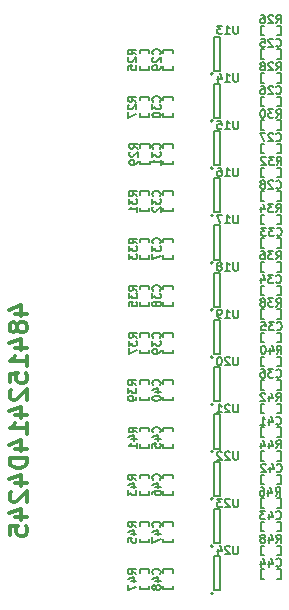
<source format=gbo>
G04 #@! TF.FileFunction,Legend,Bot*
%FSLAX46Y46*%
G04 Gerber Fmt 4.6, Leading zero omitted, Abs format (unit mm)*
G04 Created by KiCad (PCBNEW 4.0.4-stable) date 10/23/16 14:40:47*
%MOMM*%
%LPD*%
G01*
G04 APERTURE LIST*
%ADD10C,0.100000*%
%ADD11C,0.300000*%
%ADD12C,0.203200*%
%ADD13C,0.150000*%
%ADD14C,0.152400*%
G04 APERTURE END LIST*
D10*
D11*
X76678571Y-100364289D02*
X77678571Y-100364289D01*
X76107143Y-100007146D02*
X77178571Y-99650003D01*
X77178571Y-100578575D01*
X76821429Y-101364289D02*
X76750000Y-101221431D01*
X76678571Y-101150003D01*
X76535714Y-101078574D01*
X76464286Y-101078574D01*
X76321429Y-101150003D01*
X76250000Y-101221431D01*
X76178571Y-101364289D01*
X76178571Y-101650003D01*
X76250000Y-101792860D01*
X76321429Y-101864289D01*
X76464286Y-101935717D01*
X76535714Y-101935717D01*
X76678571Y-101864289D01*
X76750000Y-101792860D01*
X76821429Y-101650003D01*
X76821429Y-101364289D01*
X76892857Y-101221431D01*
X76964286Y-101150003D01*
X77107143Y-101078574D01*
X77392857Y-101078574D01*
X77535714Y-101150003D01*
X77607143Y-101221431D01*
X77678571Y-101364289D01*
X77678571Y-101650003D01*
X77607143Y-101792860D01*
X77535714Y-101864289D01*
X77392857Y-101935717D01*
X77107143Y-101935717D01*
X76964286Y-101864289D01*
X76892857Y-101792860D01*
X76821429Y-101650003D01*
X76678571Y-103221431D02*
X77678571Y-103221431D01*
X76107143Y-102864288D02*
X77178571Y-102507145D01*
X77178571Y-103435717D01*
X77678571Y-104792859D02*
X77678571Y-103935716D01*
X77678571Y-104364288D02*
X76178571Y-104364288D01*
X76392857Y-104221431D01*
X76535714Y-104078573D01*
X76607143Y-103935716D01*
X76178571Y-106150002D02*
X76178571Y-105435716D01*
X76892857Y-105364287D01*
X76821429Y-105435716D01*
X76750000Y-105578573D01*
X76750000Y-105935716D01*
X76821429Y-106078573D01*
X76892857Y-106150002D01*
X77035714Y-106221430D01*
X77392857Y-106221430D01*
X77535714Y-106150002D01*
X77607143Y-106078573D01*
X77678571Y-105935716D01*
X77678571Y-105578573D01*
X77607143Y-105435716D01*
X77535714Y-105364287D01*
X76321429Y-106792858D02*
X76250000Y-106864287D01*
X76178571Y-107007144D01*
X76178571Y-107364287D01*
X76250000Y-107507144D01*
X76321429Y-107578573D01*
X76464286Y-107650001D01*
X76607143Y-107650001D01*
X76821429Y-107578573D01*
X77678571Y-106721430D01*
X77678571Y-107650001D01*
X76678571Y-108935715D02*
X77678571Y-108935715D01*
X76107143Y-108578572D02*
X77178571Y-108221429D01*
X77178571Y-109150001D01*
X77678571Y-110507143D02*
X77678571Y-109650000D01*
X77678571Y-110078572D02*
X76178571Y-110078572D01*
X76392857Y-109935715D01*
X76535714Y-109792857D01*
X76607143Y-109650000D01*
X76678571Y-111792857D02*
X77678571Y-111792857D01*
X76107143Y-111435714D02*
X77178571Y-111078571D01*
X77178571Y-112007143D01*
X77678571Y-112578571D02*
X76178571Y-112578571D01*
X76178571Y-112935714D01*
X76250000Y-113149999D01*
X76392857Y-113292857D01*
X76535714Y-113364285D01*
X76821429Y-113435714D01*
X77035714Y-113435714D01*
X77321429Y-113364285D01*
X77464286Y-113292857D01*
X77607143Y-113149999D01*
X77678571Y-112935714D01*
X77678571Y-112578571D01*
X76678571Y-114721428D02*
X77678571Y-114721428D01*
X76107143Y-114364285D02*
X77178571Y-114007142D01*
X77178571Y-114935714D01*
X76321429Y-115435713D02*
X76250000Y-115507142D01*
X76178571Y-115649999D01*
X76178571Y-116007142D01*
X76250000Y-116149999D01*
X76321429Y-116221428D01*
X76464286Y-116292856D01*
X76607143Y-116292856D01*
X76821429Y-116221428D01*
X77678571Y-115364285D01*
X77678571Y-116292856D01*
X76678571Y-117578570D02*
X77678571Y-117578570D01*
X76107143Y-117221427D02*
X77178571Y-116864284D01*
X77178571Y-117792856D01*
X76178571Y-119078570D02*
X76178571Y-118364284D01*
X76892857Y-118292855D01*
X76821429Y-118364284D01*
X76750000Y-118507141D01*
X76750000Y-118864284D01*
X76821429Y-119007141D01*
X76892857Y-119078570D01*
X77035714Y-119149998D01*
X77392857Y-119149998D01*
X77535714Y-119078570D01*
X77607143Y-119007141D01*
X77678571Y-118864284D01*
X77678571Y-118507141D01*
X77607143Y-118364284D01*
X77535714Y-118292855D01*
D12*
X88050000Y-87700000D02*
X88050000Y-87400000D01*
X88050000Y-87700000D02*
X87250000Y-87700000D01*
X87250000Y-87700000D02*
X87250000Y-87400000D01*
X88050000Y-86300000D02*
X88050000Y-86000000D01*
X88050000Y-86000000D02*
X87250000Y-86000000D01*
X87250000Y-86000000D02*
X87250000Y-86300000D01*
D13*
X93410000Y-80040000D02*
G75*
G03X93410000Y-80040000I-100000J0D01*
G01*
X93960000Y-79790000D02*
X93460000Y-79790000D01*
X93960000Y-76890000D02*
X93960000Y-79790000D01*
X93460000Y-76890000D02*
X93960000Y-76890000D01*
X93460000Y-79790000D02*
X93460000Y-76890000D01*
X93410000Y-84040000D02*
G75*
G03X93410000Y-84040000I-100000J0D01*
G01*
X93960000Y-83790000D02*
X93460000Y-83790000D01*
X93960000Y-80890000D02*
X93960000Y-83790000D01*
X93460000Y-80890000D02*
X93960000Y-80890000D01*
X93460000Y-83790000D02*
X93460000Y-80890000D01*
X93410000Y-88040000D02*
G75*
G03X93410000Y-88040000I-100000J0D01*
G01*
X93960000Y-87790000D02*
X93460000Y-87790000D01*
X93960000Y-84890000D02*
X93960000Y-87790000D01*
X93460000Y-84890000D02*
X93960000Y-84890000D01*
X93460000Y-87790000D02*
X93460000Y-84890000D01*
X93410000Y-92040000D02*
G75*
G03X93410000Y-92040000I-100000J0D01*
G01*
X93960000Y-91790000D02*
X93460000Y-91790000D01*
X93960000Y-88890000D02*
X93960000Y-91790000D01*
X93460000Y-88890000D02*
X93960000Y-88890000D01*
X93460000Y-91790000D02*
X93460000Y-88890000D01*
X93410000Y-96040000D02*
G75*
G03X93410000Y-96040000I-100000J0D01*
G01*
X93960000Y-95790000D02*
X93460000Y-95790000D01*
X93960000Y-92890000D02*
X93960000Y-95790000D01*
X93460000Y-92890000D02*
X93960000Y-92890000D01*
X93460000Y-95790000D02*
X93460000Y-92890000D01*
X93410000Y-100040000D02*
G75*
G03X93410000Y-100040000I-100000J0D01*
G01*
X93960000Y-99790000D02*
X93460000Y-99790000D01*
X93960000Y-96890000D02*
X93960000Y-99790000D01*
X93460000Y-96890000D02*
X93960000Y-96890000D01*
X93460000Y-99790000D02*
X93460000Y-96890000D01*
X93410000Y-104040000D02*
G75*
G03X93410000Y-104040000I-100000J0D01*
G01*
X93960000Y-103790000D02*
X93460000Y-103790000D01*
X93960000Y-100890000D02*
X93960000Y-103790000D01*
X93460000Y-100890000D02*
X93960000Y-100890000D01*
X93460000Y-103790000D02*
X93460000Y-100890000D01*
X93410000Y-108040000D02*
G75*
G03X93410000Y-108040000I-100000J0D01*
G01*
X93960000Y-107790000D02*
X93460000Y-107790000D01*
X93960000Y-104890000D02*
X93960000Y-107790000D01*
X93460000Y-104890000D02*
X93960000Y-104890000D01*
X93460000Y-107790000D02*
X93460000Y-104890000D01*
X93410000Y-112040000D02*
G75*
G03X93410000Y-112040000I-100000J0D01*
G01*
X93960000Y-111790000D02*
X93460000Y-111790000D01*
X93960000Y-108890000D02*
X93960000Y-111790000D01*
X93460000Y-108890000D02*
X93960000Y-108890000D01*
X93460000Y-111790000D02*
X93460000Y-108890000D01*
X93410000Y-116040000D02*
G75*
G03X93410000Y-116040000I-100000J0D01*
G01*
X93960000Y-115790000D02*
X93460000Y-115790000D01*
X93960000Y-112890000D02*
X93960000Y-115790000D01*
X93460000Y-112890000D02*
X93960000Y-112890000D01*
X93460000Y-115790000D02*
X93460000Y-112890000D01*
X93410000Y-120040000D02*
G75*
G03X93410000Y-120040000I-100000J0D01*
G01*
X93960000Y-119790000D02*
X93460000Y-119790000D01*
X93960000Y-116890000D02*
X93960000Y-119790000D01*
X93460000Y-116890000D02*
X93960000Y-116890000D01*
X93460000Y-119790000D02*
X93460000Y-116890000D01*
X93410000Y-124040000D02*
G75*
G03X93410000Y-124040000I-100000J0D01*
G01*
X93960000Y-123790000D02*
X93460000Y-123790000D01*
X93960000Y-120890000D02*
X93960000Y-123790000D01*
X93460000Y-120890000D02*
X93960000Y-120890000D01*
X93460000Y-123790000D02*
X93460000Y-120890000D01*
D12*
X99160000Y-77990000D02*
X98860000Y-77990000D01*
X99160000Y-77990000D02*
X99160000Y-78790000D01*
X99160000Y-78790000D02*
X98860000Y-78790000D01*
X97760000Y-77990000D02*
X97460000Y-77990000D01*
X97460000Y-77990000D02*
X97460000Y-78790000D01*
X97460000Y-78790000D02*
X97760000Y-78790000D01*
X99160000Y-81990000D02*
X98860000Y-81990000D01*
X99160000Y-81990000D02*
X99160000Y-82790000D01*
X99160000Y-82790000D02*
X98860000Y-82790000D01*
X97760000Y-81990000D02*
X97460000Y-81990000D01*
X97460000Y-81990000D02*
X97460000Y-82790000D01*
X97460000Y-82790000D02*
X97760000Y-82790000D01*
X99160000Y-85990000D02*
X98860000Y-85990000D01*
X99160000Y-85990000D02*
X99160000Y-86790000D01*
X99160000Y-86790000D02*
X98860000Y-86790000D01*
X97760000Y-85990000D02*
X97460000Y-85990000D01*
X97460000Y-85990000D02*
X97460000Y-86790000D01*
X97460000Y-86790000D02*
X97760000Y-86790000D01*
X99160000Y-89990000D02*
X98860000Y-89990000D01*
X99160000Y-89990000D02*
X99160000Y-90790000D01*
X99160000Y-90790000D02*
X98860000Y-90790000D01*
X97760000Y-89990000D02*
X97460000Y-89990000D01*
X97460000Y-89990000D02*
X97460000Y-90790000D01*
X97460000Y-90790000D02*
X97760000Y-90790000D01*
X90000000Y-79700000D02*
X90000000Y-79400000D01*
X90000000Y-79700000D02*
X89200000Y-79700000D01*
X89200000Y-79700000D02*
X89200000Y-79400000D01*
X90000000Y-78300000D02*
X90000000Y-78000000D01*
X90000000Y-78000000D02*
X89200000Y-78000000D01*
X89200000Y-78000000D02*
X89200000Y-78300000D01*
X90000000Y-83700000D02*
X90000000Y-83400000D01*
X90000000Y-83700000D02*
X89200000Y-83700000D01*
X89200000Y-83700000D02*
X89200000Y-83400000D01*
X90000000Y-82300000D02*
X90000000Y-82000000D01*
X90000000Y-82000000D02*
X89200000Y-82000000D01*
X89200000Y-82000000D02*
X89200000Y-82300000D01*
X90000000Y-87700000D02*
X90000000Y-87400000D01*
X90000000Y-87700000D02*
X89200000Y-87700000D01*
X89200000Y-87700000D02*
X89200000Y-87400000D01*
X90000000Y-86300000D02*
X90000000Y-86000000D01*
X90000000Y-86000000D02*
X89200000Y-86000000D01*
X89200000Y-86000000D02*
X89200000Y-86300000D01*
X90000000Y-91700000D02*
X90000000Y-91400000D01*
X90000000Y-91700000D02*
X89200000Y-91700000D01*
X89200000Y-91700000D02*
X89200000Y-91400000D01*
X90000000Y-90300000D02*
X90000000Y-90000000D01*
X90000000Y-90000000D02*
X89200000Y-90000000D01*
X89200000Y-90000000D02*
X89200000Y-90300000D01*
X99160000Y-93990000D02*
X98860000Y-93990000D01*
X99160000Y-93990000D02*
X99160000Y-94790000D01*
X99160000Y-94790000D02*
X98860000Y-94790000D01*
X97760000Y-93990000D02*
X97460000Y-93990000D01*
X97460000Y-93990000D02*
X97460000Y-94790000D01*
X97460000Y-94790000D02*
X97760000Y-94790000D01*
X99160000Y-97990000D02*
X98860000Y-97990000D01*
X99160000Y-97990000D02*
X99160000Y-98790000D01*
X99160000Y-98790000D02*
X98860000Y-98790000D01*
X97760000Y-97990000D02*
X97460000Y-97990000D01*
X97460000Y-97990000D02*
X97460000Y-98790000D01*
X97460000Y-98790000D02*
X97760000Y-98790000D01*
X99160000Y-101990000D02*
X98860000Y-101990000D01*
X99160000Y-101990000D02*
X99160000Y-102790000D01*
X99160000Y-102790000D02*
X98860000Y-102790000D01*
X97760000Y-101990000D02*
X97460000Y-101990000D01*
X97460000Y-101990000D02*
X97460000Y-102790000D01*
X97460000Y-102790000D02*
X97760000Y-102790000D01*
X99160000Y-105990000D02*
X98860000Y-105990000D01*
X99160000Y-105990000D02*
X99160000Y-106790000D01*
X99160000Y-106790000D02*
X98860000Y-106790000D01*
X97760000Y-105990000D02*
X97460000Y-105990000D01*
X97460000Y-105990000D02*
X97460000Y-106790000D01*
X97460000Y-106790000D02*
X97760000Y-106790000D01*
X90000000Y-95700000D02*
X90000000Y-95400000D01*
X90000000Y-95700000D02*
X89200000Y-95700000D01*
X89200000Y-95700000D02*
X89200000Y-95400000D01*
X90000000Y-94300000D02*
X90000000Y-94000000D01*
X90000000Y-94000000D02*
X89200000Y-94000000D01*
X89200000Y-94000000D02*
X89200000Y-94300000D01*
X90000000Y-99700000D02*
X90000000Y-99400000D01*
X90000000Y-99700000D02*
X89200000Y-99700000D01*
X89200000Y-99700000D02*
X89200000Y-99400000D01*
X90000000Y-98300000D02*
X90000000Y-98000000D01*
X90000000Y-98000000D02*
X89200000Y-98000000D01*
X89200000Y-98000000D02*
X89200000Y-98300000D01*
X90000000Y-103700000D02*
X90000000Y-103400000D01*
X90000000Y-103700000D02*
X89200000Y-103700000D01*
X89200000Y-103700000D02*
X89200000Y-103400000D01*
X90000000Y-102300000D02*
X90000000Y-102000000D01*
X90000000Y-102000000D02*
X89200000Y-102000000D01*
X89200000Y-102000000D02*
X89200000Y-102300000D01*
X90000000Y-107700000D02*
X90000000Y-107400000D01*
X90000000Y-107700000D02*
X89200000Y-107700000D01*
X89200000Y-107700000D02*
X89200000Y-107400000D01*
X90000000Y-106300000D02*
X90000000Y-106000000D01*
X90000000Y-106000000D02*
X89200000Y-106000000D01*
X89200000Y-106000000D02*
X89200000Y-106300000D01*
X99160000Y-109990000D02*
X98860000Y-109990000D01*
X99160000Y-109990000D02*
X99160000Y-110790000D01*
X99160000Y-110790000D02*
X98860000Y-110790000D01*
X97760000Y-109990000D02*
X97460000Y-109990000D01*
X97460000Y-109990000D02*
X97460000Y-110790000D01*
X97460000Y-110790000D02*
X97760000Y-110790000D01*
X99160000Y-113990000D02*
X98860000Y-113990000D01*
X99160000Y-113990000D02*
X99160000Y-114790000D01*
X99160000Y-114790000D02*
X98860000Y-114790000D01*
X97760000Y-113990000D02*
X97460000Y-113990000D01*
X97460000Y-113990000D02*
X97460000Y-114790000D01*
X97460000Y-114790000D02*
X97760000Y-114790000D01*
X99160000Y-117990000D02*
X98860000Y-117990000D01*
X99160000Y-117990000D02*
X99160000Y-118790000D01*
X99160000Y-118790000D02*
X98860000Y-118790000D01*
X97760000Y-117990000D02*
X97460000Y-117990000D01*
X97460000Y-117990000D02*
X97460000Y-118790000D01*
X97460000Y-118790000D02*
X97760000Y-118790000D01*
X99160000Y-121990000D02*
X98860000Y-121990000D01*
X99160000Y-121990000D02*
X99160000Y-122790000D01*
X99160000Y-122790000D02*
X98860000Y-122790000D01*
X97760000Y-121990000D02*
X97460000Y-121990000D01*
X97460000Y-121990000D02*
X97460000Y-122790000D01*
X97460000Y-122790000D02*
X97760000Y-122790000D01*
X90000000Y-111700000D02*
X90000000Y-111400000D01*
X90000000Y-111700000D02*
X89200000Y-111700000D01*
X89200000Y-111700000D02*
X89200000Y-111400000D01*
X90000000Y-110300000D02*
X90000000Y-110000000D01*
X90000000Y-110000000D02*
X89200000Y-110000000D01*
X89200000Y-110000000D02*
X89200000Y-110300000D01*
X90000000Y-115700000D02*
X90000000Y-115400000D01*
X90000000Y-115700000D02*
X89200000Y-115700000D01*
X89200000Y-115700000D02*
X89200000Y-115400000D01*
X90000000Y-114300000D02*
X90000000Y-114000000D01*
X90000000Y-114000000D02*
X89200000Y-114000000D01*
X89200000Y-114000000D02*
X89200000Y-114300000D01*
X90000000Y-119700000D02*
X90000000Y-119400000D01*
X90000000Y-119700000D02*
X89200000Y-119700000D01*
X89200000Y-119700000D02*
X89200000Y-119400000D01*
X90000000Y-118300000D02*
X90000000Y-118000000D01*
X90000000Y-118000000D02*
X89200000Y-118000000D01*
X89200000Y-118000000D02*
X89200000Y-118300000D01*
X90000000Y-123700000D02*
X90000000Y-123400000D01*
X90000000Y-123700000D02*
X89200000Y-123700000D01*
X89200000Y-123700000D02*
X89200000Y-123400000D01*
X90000000Y-122300000D02*
X90000000Y-122000000D01*
X90000000Y-122000000D02*
X89200000Y-122000000D01*
X89200000Y-122000000D02*
X89200000Y-122300000D01*
X88000000Y-79700000D02*
X88000000Y-79400000D01*
X88000000Y-79700000D02*
X87200000Y-79700000D01*
X87200000Y-79700000D02*
X87200000Y-79400000D01*
X88000000Y-78300000D02*
X88000000Y-78000000D01*
X88000000Y-78000000D02*
X87200000Y-78000000D01*
X87200000Y-78000000D02*
X87200000Y-78300000D01*
X99160000Y-75990000D02*
X98860000Y-75990000D01*
X99160000Y-75990000D02*
X99160000Y-76790000D01*
X99160000Y-76790000D02*
X98860000Y-76790000D01*
X97760000Y-75990000D02*
X97460000Y-75990000D01*
X97460000Y-75990000D02*
X97460000Y-76790000D01*
X97460000Y-76790000D02*
X97760000Y-76790000D01*
X88000000Y-83700000D02*
X88000000Y-83400000D01*
X88000000Y-83700000D02*
X87200000Y-83700000D01*
X87200000Y-83700000D02*
X87200000Y-83400000D01*
X88000000Y-82300000D02*
X88000000Y-82000000D01*
X88000000Y-82000000D02*
X87200000Y-82000000D01*
X87200000Y-82000000D02*
X87200000Y-82300000D01*
X99160000Y-79990000D02*
X98860000Y-79990000D01*
X99160000Y-79990000D02*
X99160000Y-80790000D01*
X99160000Y-80790000D02*
X98860000Y-80790000D01*
X97760000Y-79990000D02*
X97460000Y-79990000D01*
X97460000Y-79990000D02*
X97460000Y-80790000D01*
X97460000Y-80790000D02*
X97760000Y-80790000D01*
X99160000Y-83990000D02*
X98860000Y-83990000D01*
X99160000Y-83990000D02*
X99160000Y-84790000D01*
X99160000Y-84790000D02*
X98860000Y-84790000D01*
X97760000Y-83990000D02*
X97460000Y-83990000D01*
X97460000Y-83990000D02*
X97460000Y-84790000D01*
X97460000Y-84790000D02*
X97760000Y-84790000D01*
X88000000Y-91700000D02*
X88000000Y-91400000D01*
X88000000Y-91700000D02*
X87200000Y-91700000D01*
X87200000Y-91700000D02*
X87200000Y-91400000D01*
X88000000Y-90300000D02*
X88000000Y-90000000D01*
X88000000Y-90000000D02*
X87200000Y-90000000D01*
X87200000Y-90000000D02*
X87200000Y-90300000D01*
X99160000Y-87990000D02*
X98860000Y-87990000D01*
X99160000Y-87990000D02*
X99160000Y-88790000D01*
X99160000Y-88790000D02*
X98860000Y-88790000D01*
X97760000Y-87990000D02*
X97460000Y-87990000D01*
X97460000Y-87990000D02*
X97460000Y-88790000D01*
X97460000Y-88790000D02*
X97760000Y-88790000D01*
X88000000Y-95700000D02*
X88000000Y-95400000D01*
X88000000Y-95700000D02*
X87200000Y-95700000D01*
X87200000Y-95700000D02*
X87200000Y-95400000D01*
X88000000Y-94300000D02*
X88000000Y-94000000D01*
X88000000Y-94000000D02*
X87200000Y-94000000D01*
X87200000Y-94000000D02*
X87200000Y-94300000D01*
X99160000Y-91990000D02*
X98860000Y-91990000D01*
X99160000Y-91990000D02*
X99160000Y-92790000D01*
X99160000Y-92790000D02*
X98860000Y-92790000D01*
X97760000Y-91990000D02*
X97460000Y-91990000D01*
X97460000Y-91990000D02*
X97460000Y-92790000D01*
X97460000Y-92790000D02*
X97760000Y-92790000D01*
X88000000Y-99700000D02*
X88000000Y-99400000D01*
X88000000Y-99700000D02*
X87200000Y-99700000D01*
X87200000Y-99700000D02*
X87200000Y-99400000D01*
X88000000Y-98300000D02*
X88000000Y-98000000D01*
X88000000Y-98000000D02*
X87200000Y-98000000D01*
X87200000Y-98000000D02*
X87200000Y-98300000D01*
X99160000Y-95990000D02*
X98860000Y-95990000D01*
X99160000Y-95990000D02*
X99160000Y-96790000D01*
X99160000Y-96790000D02*
X98860000Y-96790000D01*
X97760000Y-95990000D02*
X97460000Y-95990000D01*
X97460000Y-95990000D02*
X97460000Y-96790000D01*
X97460000Y-96790000D02*
X97760000Y-96790000D01*
X88000000Y-103700000D02*
X88000000Y-103400000D01*
X88000000Y-103700000D02*
X87200000Y-103700000D01*
X87200000Y-103700000D02*
X87200000Y-103400000D01*
X88000000Y-102300000D02*
X88000000Y-102000000D01*
X88000000Y-102000000D02*
X87200000Y-102000000D01*
X87200000Y-102000000D02*
X87200000Y-102300000D01*
X99160000Y-99990000D02*
X98860000Y-99990000D01*
X99160000Y-99990000D02*
X99160000Y-100790000D01*
X99160000Y-100790000D02*
X98860000Y-100790000D01*
X97760000Y-99990000D02*
X97460000Y-99990000D01*
X97460000Y-99990000D02*
X97460000Y-100790000D01*
X97460000Y-100790000D02*
X97760000Y-100790000D01*
X88000000Y-107700000D02*
X88000000Y-107400000D01*
X88000000Y-107700000D02*
X87200000Y-107700000D01*
X87200000Y-107700000D02*
X87200000Y-107400000D01*
X88000000Y-106300000D02*
X88000000Y-106000000D01*
X88000000Y-106000000D02*
X87200000Y-106000000D01*
X87200000Y-106000000D02*
X87200000Y-106300000D01*
X99160000Y-103990000D02*
X98860000Y-103990000D01*
X99160000Y-103990000D02*
X99160000Y-104790000D01*
X99160000Y-104790000D02*
X98860000Y-104790000D01*
X97760000Y-103990000D02*
X97460000Y-103990000D01*
X97460000Y-103990000D02*
X97460000Y-104790000D01*
X97460000Y-104790000D02*
X97760000Y-104790000D01*
X88000000Y-111700000D02*
X88000000Y-111400000D01*
X88000000Y-111700000D02*
X87200000Y-111700000D01*
X87200000Y-111700000D02*
X87200000Y-111400000D01*
X88000000Y-110300000D02*
X88000000Y-110000000D01*
X88000000Y-110000000D02*
X87200000Y-110000000D01*
X87200000Y-110000000D02*
X87200000Y-110300000D01*
X99160000Y-107990000D02*
X98860000Y-107990000D01*
X99160000Y-107990000D02*
X99160000Y-108790000D01*
X99160000Y-108790000D02*
X98860000Y-108790000D01*
X97760000Y-107990000D02*
X97460000Y-107990000D01*
X97460000Y-107990000D02*
X97460000Y-108790000D01*
X97460000Y-108790000D02*
X97760000Y-108790000D01*
X88000000Y-115700000D02*
X88000000Y-115400000D01*
X88000000Y-115700000D02*
X87200000Y-115700000D01*
X87200000Y-115700000D02*
X87200000Y-115400000D01*
X88000000Y-114300000D02*
X88000000Y-114000000D01*
X88000000Y-114000000D02*
X87200000Y-114000000D01*
X87200000Y-114000000D02*
X87200000Y-114300000D01*
X99160000Y-111990000D02*
X98860000Y-111990000D01*
X99160000Y-111990000D02*
X99160000Y-112790000D01*
X99160000Y-112790000D02*
X98860000Y-112790000D01*
X97760000Y-111990000D02*
X97460000Y-111990000D01*
X97460000Y-111990000D02*
X97460000Y-112790000D01*
X97460000Y-112790000D02*
X97760000Y-112790000D01*
X88000000Y-119700000D02*
X88000000Y-119400000D01*
X88000000Y-119700000D02*
X87200000Y-119700000D01*
X87200000Y-119700000D02*
X87200000Y-119400000D01*
X88000000Y-118300000D02*
X88000000Y-118000000D01*
X88000000Y-118000000D02*
X87200000Y-118000000D01*
X87200000Y-118000000D02*
X87200000Y-118300000D01*
X99160000Y-115990000D02*
X98860000Y-115990000D01*
X99160000Y-115990000D02*
X99160000Y-116790000D01*
X99160000Y-116790000D02*
X98860000Y-116790000D01*
X97760000Y-115990000D02*
X97460000Y-115990000D01*
X97460000Y-115990000D02*
X97460000Y-116790000D01*
X97460000Y-116790000D02*
X97760000Y-116790000D01*
X88000000Y-123700000D02*
X88000000Y-123400000D01*
X88000000Y-123700000D02*
X87200000Y-123700000D01*
X87200000Y-123700000D02*
X87200000Y-123400000D01*
X88000000Y-122300000D02*
X88000000Y-122000000D01*
X88000000Y-122000000D02*
X87200000Y-122000000D01*
X87200000Y-122000000D02*
X87200000Y-122300000D01*
X99160000Y-119990000D02*
X98860000Y-119990000D01*
X99160000Y-119990000D02*
X99160000Y-120790000D01*
X99160000Y-120790000D02*
X98860000Y-120790000D01*
X97760000Y-119990000D02*
X97460000Y-119990000D01*
X97460000Y-119990000D02*
X97460000Y-120790000D01*
X97460000Y-120790000D02*
X97760000Y-120790000D01*
D14*
X87016667Y-86400000D02*
X86683333Y-86166666D01*
X87016667Y-86000000D02*
X86316667Y-86000000D01*
X86316667Y-86266666D01*
X86350000Y-86333333D01*
X86383333Y-86366666D01*
X86450000Y-86400000D01*
X86550000Y-86400000D01*
X86616667Y-86366666D01*
X86650000Y-86333333D01*
X86683333Y-86266666D01*
X86683333Y-86000000D01*
X86383333Y-86666666D02*
X86350000Y-86700000D01*
X86316667Y-86766666D01*
X86316667Y-86933333D01*
X86350000Y-87000000D01*
X86383333Y-87033333D01*
X86450000Y-87066666D01*
X86516667Y-87066666D01*
X86616667Y-87033333D01*
X87016667Y-86633333D01*
X87016667Y-87066666D01*
X87016667Y-87400000D02*
X87016667Y-87533333D01*
X86983333Y-87600000D01*
X86950000Y-87633333D01*
X86850000Y-87700000D01*
X86716667Y-87733333D01*
X86450000Y-87733333D01*
X86383333Y-87700000D01*
X86350000Y-87666667D01*
X86316667Y-87600000D01*
X86316667Y-87466667D01*
X86350000Y-87400000D01*
X86383333Y-87366667D01*
X86450000Y-87333333D01*
X86616667Y-87333333D01*
X86683333Y-87366667D01*
X86716667Y-87400000D01*
X86750000Y-87466667D01*
X86750000Y-87600000D01*
X86716667Y-87666667D01*
X86683333Y-87700000D01*
X86616667Y-87733333D01*
D13*
X95516666Y-75966667D02*
X95516666Y-76533333D01*
X95483333Y-76600000D01*
X95450000Y-76633333D01*
X95383333Y-76666667D01*
X95250000Y-76666667D01*
X95183333Y-76633333D01*
X95150000Y-76600000D01*
X95116666Y-76533333D01*
X95116666Y-75966667D01*
X94416667Y-76666667D02*
X94816667Y-76666667D01*
X94616667Y-76666667D02*
X94616667Y-75966667D01*
X94683333Y-76066667D01*
X94750000Y-76133333D01*
X94816667Y-76166667D01*
X94183333Y-75966667D02*
X93750000Y-75966667D01*
X93983333Y-76233333D01*
X93883333Y-76233333D01*
X93816666Y-76266667D01*
X93783333Y-76300000D01*
X93750000Y-76366667D01*
X93750000Y-76533333D01*
X93783333Y-76600000D01*
X93816666Y-76633333D01*
X93883333Y-76666667D01*
X94083333Y-76666667D01*
X94150000Y-76633333D01*
X94183333Y-76600000D01*
X95516666Y-80016667D02*
X95516666Y-80583333D01*
X95483333Y-80650000D01*
X95450000Y-80683333D01*
X95383333Y-80716667D01*
X95250000Y-80716667D01*
X95183333Y-80683333D01*
X95150000Y-80650000D01*
X95116666Y-80583333D01*
X95116666Y-80016667D01*
X94416667Y-80716667D02*
X94816667Y-80716667D01*
X94616667Y-80716667D02*
X94616667Y-80016667D01*
X94683333Y-80116667D01*
X94750000Y-80183333D01*
X94816667Y-80216667D01*
X93816666Y-80250000D02*
X93816666Y-80716667D01*
X93983333Y-79983333D02*
X94150000Y-80483333D01*
X93716666Y-80483333D01*
X95516666Y-84016667D02*
X95516666Y-84583333D01*
X95483333Y-84650000D01*
X95450000Y-84683333D01*
X95383333Y-84716667D01*
X95250000Y-84716667D01*
X95183333Y-84683333D01*
X95150000Y-84650000D01*
X95116666Y-84583333D01*
X95116666Y-84016667D01*
X94416667Y-84716667D02*
X94816667Y-84716667D01*
X94616667Y-84716667D02*
X94616667Y-84016667D01*
X94683333Y-84116667D01*
X94750000Y-84183333D01*
X94816667Y-84216667D01*
X93783333Y-84016667D02*
X94116666Y-84016667D01*
X94150000Y-84350000D01*
X94116666Y-84316667D01*
X94050000Y-84283333D01*
X93883333Y-84283333D01*
X93816666Y-84316667D01*
X93783333Y-84350000D01*
X93750000Y-84416667D01*
X93750000Y-84583333D01*
X93783333Y-84650000D01*
X93816666Y-84683333D01*
X93883333Y-84716667D01*
X94050000Y-84716667D01*
X94116666Y-84683333D01*
X94150000Y-84650000D01*
X95516666Y-88016667D02*
X95516666Y-88583333D01*
X95483333Y-88650000D01*
X95450000Y-88683333D01*
X95383333Y-88716667D01*
X95250000Y-88716667D01*
X95183333Y-88683333D01*
X95150000Y-88650000D01*
X95116666Y-88583333D01*
X95116666Y-88016667D01*
X94416667Y-88716667D02*
X94816667Y-88716667D01*
X94616667Y-88716667D02*
X94616667Y-88016667D01*
X94683333Y-88116667D01*
X94750000Y-88183333D01*
X94816667Y-88216667D01*
X93816666Y-88016667D02*
X93950000Y-88016667D01*
X94016666Y-88050000D01*
X94050000Y-88083333D01*
X94116666Y-88183333D01*
X94150000Y-88316667D01*
X94150000Y-88583333D01*
X94116666Y-88650000D01*
X94083333Y-88683333D01*
X94016666Y-88716667D01*
X93883333Y-88716667D01*
X93816666Y-88683333D01*
X93783333Y-88650000D01*
X93750000Y-88583333D01*
X93750000Y-88416667D01*
X93783333Y-88350000D01*
X93816666Y-88316667D01*
X93883333Y-88283333D01*
X94016666Y-88283333D01*
X94083333Y-88316667D01*
X94116666Y-88350000D01*
X94150000Y-88416667D01*
X95516666Y-92016667D02*
X95516666Y-92583333D01*
X95483333Y-92650000D01*
X95450000Y-92683333D01*
X95383333Y-92716667D01*
X95250000Y-92716667D01*
X95183333Y-92683333D01*
X95150000Y-92650000D01*
X95116666Y-92583333D01*
X95116666Y-92016667D01*
X94416667Y-92716667D02*
X94816667Y-92716667D01*
X94616667Y-92716667D02*
X94616667Y-92016667D01*
X94683333Y-92116667D01*
X94750000Y-92183333D01*
X94816667Y-92216667D01*
X94183333Y-92016667D02*
X93716666Y-92016667D01*
X94016666Y-92716667D01*
X95516666Y-96016667D02*
X95516666Y-96583333D01*
X95483333Y-96650000D01*
X95450000Y-96683333D01*
X95383333Y-96716667D01*
X95250000Y-96716667D01*
X95183333Y-96683333D01*
X95150000Y-96650000D01*
X95116666Y-96583333D01*
X95116666Y-96016667D01*
X94416667Y-96716667D02*
X94816667Y-96716667D01*
X94616667Y-96716667D02*
X94616667Y-96016667D01*
X94683333Y-96116667D01*
X94750000Y-96183333D01*
X94816667Y-96216667D01*
X94016666Y-96316667D02*
X94083333Y-96283333D01*
X94116666Y-96250000D01*
X94150000Y-96183333D01*
X94150000Y-96150000D01*
X94116666Y-96083333D01*
X94083333Y-96050000D01*
X94016666Y-96016667D01*
X93883333Y-96016667D01*
X93816666Y-96050000D01*
X93783333Y-96083333D01*
X93750000Y-96150000D01*
X93750000Y-96183333D01*
X93783333Y-96250000D01*
X93816666Y-96283333D01*
X93883333Y-96316667D01*
X94016666Y-96316667D01*
X94083333Y-96350000D01*
X94116666Y-96383333D01*
X94150000Y-96450000D01*
X94150000Y-96583333D01*
X94116666Y-96650000D01*
X94083333Y-96683333D01*
X94016666Y-96716667D01*
X93883333Y-96716667D01*
X93816666Y-96683333D01*
X93783333Y-96650000D01*
X93750000Y-96583333D01*
X93750000Y-96450000D01*
X93783333Y-96383333D01*
X93816666Y-96350000D01*
X93883333Y-96316667D01*
X95516666Y-100016667D02*
X95516666Y-100583333D01*
X95483333Y-100650000D01*
X95450000Y-100683333D01*
X95383333Y-100716667D01*
X95250000Y-100716667D01*
X95183333Y-100683333D01*
X95150000Y-100650000D01*
X95116666Y-100583333D01*
X95116666Y-100016667D01*
X94416667Y-100716667D02*
X94816667Y-100716667D01*
X94616667Y-100716667D02*
X94616667Y-100016667D01*
X94683333Y-100116667D01*
X94750000Y-100183333D01*
X94816667Y-100216667D01*
X94083333Y-100716667D02*
X93950000Y-100716667D01*
X93883333Y-100683333D01*
X93850000Y-100650000D01*
X93783333Y-100550000D01*
X93750000Y-100416667D01*
X93750000Y-100150000D01*
X93783333Y-100083333D01*
X93816666Y-100050000D01*
X93883333Y-100016667D01*
X94016666Y-100016667D01*
X94083333Y-100050000D01*
X94116666Y-100083333D01*
X94150000Y-100150000D01*
X94150000Y-100316667D01*
X94116666Y-100383333D01*
X94083333Y-100416667D01*
X94016666Y-100450000D01*
X93883333Y-100450000D01*
X93816666Y-100416667D01*
X93783333Y-100383333D01*
X93750000Y-100316667D01*
X95516666Y-104016667D02*
X95516666Y-104583333D01*
X95483333Y-104650000D01*
X95450000Y-104683333D01*
X95383333Y-104716667D01*
X95250000Y-104716667D01*
X95183333Y-104683333D01*
X95150000Y-104650000D01*
X95116666Y-104583333D01*
X95116666Y-104016667D01*
X94816667Y-104083333D02*
X94783333Y-104050000D01*
X94716667Y-104016667D01*
X94550000Y-104016667D01*
X94483333Y-104050000D01*
X94450000Y-104083333D01*
X94416667Y-104150000D01*
X94416667Y-104216667D01*
X94450000Y-104316667D01*
X94850000Y-104716667D01*
X94416667Y-104716667D01*
X93983333Y-104016667D02*
X93916666Y-104016667D01*
X93850000Y-104050000D01*
X93816666Y-104083333D01*
X93783333Y-104150000D01*
X93750000Y-104283333D01*
X93750000Y-104450000D01*
X93783333Y-104583333D01*
X93816666Y-104650000D01*
X93850000Y-104683333D01*
X93916666Y-104716667D01*
X93983333Y-104716667D01*
X94050000Y-104683333D01*
X94083333Y-104650000D01*
X94116666Y-104583333D01*
X94150000Y-104450000D01*
X94150000Y-104283333D01*
X94116666Y-104150000D01*
X94083333Y-104083333D01*
X94050000Y-104050000D01*
X93983333Y-104016667D01*
X95516666Y-108016667D02*
X95516666Y-108583333D01*
X95483333Y-108650000D01*
X95450000Y-108683333D01*
X95383333Y-108716667D01*
X95250000Y-108716667D01*
X95183333Y-108683333D01*
X95150000Y-108650000D01*
X95116666Y-108583333D01*
X95116666Y-108016667D01*
X94816667Y-108083333D02*
X94783333Y-108050000D01*
X94716667Y-108016667D01*
X94550000Y-108016667D01*
X94483333Y-108050000D01*
X94450000Y-108083333D01*
X94416667Y-108150000D01*
X94416667Y-108216667D01*
X94450000Y-108316667D01*
X94850000Y-108716667D01*
X94416667Y-108716667D01*
X93750000Y-108716667D02*
X94150000Y-108716667D01*
X93950000Y-108716667D02*
X93950000Y-108016667D01*
X94016666Y-108116667D01*
X94083333Y-108183333D01*
X94150000Y-108216667D01*
X95516666Y-112016667D02*
X95516666Y-112583333D01*
X95483333Y-112650000D01*
X95450000Y-112683333D01*
X95383333Y-112716667D01*
X95250000Y-112716667D01*
X95183333Y-112683333D01*
X95150000Y-112650000D01*
X95116666Y-112583333D01*
X95116666Y-112016667D01*
X94816667Y-112083333D02*
X94783333Y-112050000D01*
X94716667Y-112016667D01*
X94550000Y-112016667D01*
X94483333Y-112050000D01*
X94450000Y-112083333D01*
X94416667Y-112150000D01*
X94416667Y-112216667D01*
X94450000Y-112316667D01*
X94850000Y-112716667D01*
X94416667Y-112716667D01*
X94150000Y-112083333D02*
X94116666Y-112050000D01*
X94050000Y-112016667D01*
X93883333Y-112016667D01*
X93816666Y-112050000D01*
X93783333Y-112083333D01*
X93750000Y-112150000D01*
X93750000Y-112216667D01*
X93783333Y-112316667D01*
X94183333Y-112716667D01*
X93750000Y-112716667D01*
X95516666Y-116016667D02*
X95516666Y-116583333D01*
X95483333Y-116650000D01*
X95450000Y-116683333D01*
X95383333Y-116716667D01*
X95250000Y-116716667D01*
X95183333Y-116683333D01*
X95150000Y-116650000D01*
X95116666Y-116583333D01*
X95116666Y-116016667D01*
X94816667Y-116083333D02*
X94783333Y-116050000D01*
X94716667Y-116016667D01*
X94550000Y-116016667D01*
X94483333Y-116050000D01*
X94450000Y-116083333D01*
X94416667Y-116150000D01*
X94416667Y-116216667D01*
X94450000Y-116316667D01*
X94850000Y-116716667D01*
X94416667Y-116716667D01*
X94183333Y-116016667D02*
X93750000Y-116016667D01*
X93983333Y-116283333D01*
X93883333Y-116283333D01*
X93816666Y-116316667D01*
X93783333Y-116350000D01*
X93750000Y-116416667D01*
X93750000Y-116583333D01*
X93783333Y-116650000D01*
X93816666Y-116683333D01*
X93883333Y-116716667D01*
X94083333Y-116716667D01*
X94150000Y-116683333D01*
X94183333Y-116650000D01*
X95516666Y-120016667D02*
X95516666Y-120583333D01*
X95483333Y-120650000D01*
X95450000Y-120683333D01*
X95383333Y-120716667D01*
X95250000Y-120716667D01*
X95183333Y-120683333D01*
X95150000Y-120650000D01*
X95116666Y-120583333D01*
X95116666Y-120016667D01*
X94816667Y-120083333D02*
X94783333Y-120050000D01*
X94716667Y-120016667D01*
X94550000Y-120016667D01*
X94483333Y-120050000D01*
X94450000Y-120083333D01*
X94416667Y-120150000D01*
X94416667Y-120216667D01*
X94450000Y-120316667D01*
X94850000Y-120716667D01*
X94416667Y-120716667D01*
X93816666Y-120250000D02*
X93816666Y-120716667D01*
X93983333Y-119983333D02*
X94150000Y-120483333D01*
X93716666Y-120483333D01*
D14*
X98750000Y-77700000D02*
X98783334Y-77733333D01*
X98883334Y-77766667D01*
X98950000Y-77766667D01*
X99050000Y-77733333D01*
X99116667Y-77666667D01*
X99150000Y-77600000D01*
X99183334Y-77466667D01*
X99183334Y-77366667D01*
X99150000Y-77233333D01*
X99116667Y-77166667D01*
X99050000Y-77100000D01*
X98950000Y-77066667D01*
X98883334Y-77066667D01*
X98783334Y-77100000D01*
X98750000Y-77133333D01*
X98483334Y-77133333D02*
X98450000Y-77100000D01*
X98383334Y-77066667D01*
X98216667Y-77066667D01*
X98150000Y-77100000D01*
X98116667Y-77133333D01*
X98083334Y-77200000D01*
X98083334Y-77266667D01*
X98116667Y-77366667D01*
X98516667Y-77766667D01*
X98083334Y-77766667D01*
X97450000Y-77066667D02*
X97783333Y-77066667D01*
X97816667Y-77400000D01*
X97783333Y-77366667D01*
X97716667Y-77333333D01*
X97550000Y-77333333D01*
X97483333Y-77366667D01*
X97450000Y-77400000D01*
X97416667Y-77466667D01*
X97416667Y-77633333D01*
X97450000Y-77700000D01*
X97483333Y-77733333D01*
X97550000Y-77766667D01*
X97716667Y-77766667D01*
X97783333Y-77733333D01*
X97816667Y-77700000D01*
X98750000Y-81700000D02*
X98783334Y-81733333D01*
X98883334Y-81766667D01*
X98950000Y-81766667D01*
X99050000Y-81733333D01*
X99116667Y-81666667D01*
X99150000Y-81600000D01*
X99183334Y-81466667D01*
X99183334Y-81366667D01*
X99150000Y-81233333D01*
X99116667Y-81166667D01*
X99050000Y-81100000D01*
X98950000Y-81066667D01*
X98883334Y-81066667D01*
X98783334Y-81100000D01*
X98750000Y-81133333D01*
X98483334Y-81133333D02*
X98450000Y-81100000D01*
X98383334Y-81066667D01*
X98216667Y-81066667D01*
X98150000Y-81100000D01*
X98116667Y-81133333D01*
X98083334Y-81200000D01*
X98083334Y-81266667D01*
X98116667Y-81366667D01*
X98516667Y-81766667D01*
X98083334Y-81766667D01*
X97483333Y-81066667D02*
X97616667Y-81066667D01*
X97683333Y-81100000D01*
X97716667Y-81133333D01*
X97783333Y-81233333D01*
X97816667Y-81366667D01*
X97816667Y-81633333D01*
X97783333Y-81700000D01*
X97750000Y-81733333D01*
X97683333Y-81766667D01*
X97550000Y-81766667D01*
X97483333Y-81733333D01*
X97450000Y-81700000D01*
X97416667Y-81633333D01*
X97416667Y-81466667D01*
X97450000Y-81400000D01*
X97483333Y-81366667D01*
X97550000Y-81333333D01*
X97683333Y-81333333D01*
X97750000Y-81366667D01*
X97783333Y-81400000D01*
X97816667Y-81466667D01*
X98750000Y-85700000D02*
X98783334Y-85733333D01*
X98883334Y-85766667D01*
X98950000Y-85766667D01*
X99050000Y-85733333D01*
X99116667Y-85666667D01*
X99150000Y-85600000D01*
X99183334Y-85466667D01*
X99183334Y-85366667D01*
X99150000Y-85233333D01*
X99116667Y-85166667D01*
X99050000Y-85100000D01*
X98950000Y-85066667D01*
X98883334Y-85066667D01*
X98783334Y-85100000D01*
X98750000Y-85133333D01*
X98483334Y-85133333D02*
X98450000Y-85100000D01*
X98383334Y-85066667D01*
X98216667Y-85066667D01*
X98150000Y-85100000D01*
X98116667Y-85133333D01*
X98083334Y-85200000D01*
X98083334Y-85266667D01*
X98116667Y-85366667D01*
X98516667Y-85766667D01*
X98083334Y-85766667D01*
X97850000Y-85066667D02*
X97383333Y-85066667D01*
X97683333Y-85766667D01*
X98750000Y-89700000D02*
X98783334Y-89733333D01*
X98883334Y-89766667D01*
X98950000Y-89766667D01*
X99050000Y-89733333D01*
X99116667Y-89666667D01*
X99150000Y-89600000D01*
X99183334Y-89466667D01*
X99183334Y-89366667D01*
X99150000Y-89233333D01*
X99116667Y-89166667D01*
X99050000Y-89100000D01*
X98950000Y-89066667D01*
X98883334Y-89066667D01*
X98783334Y-89100000D01*
X98750000Y-89133333D01*
X98483334Y-89133333D02*
X98450000Y-89100000D01*
X98383334Y-89066667D01*
X98216667Y-89066667D01*
X98150000Y-89100000D01*
X98116667Y-89133333D01*
X98083334Y-89200000D01*
X98083334Y-89266667D01*
X98116667Y-89366667D01*
X98516667Y-89766667D01*
X98083334Y-89766667D01*
X97683333Y-89366667D02*
X97750000Y-89333333D01*
X97783333Y-89300000D01*
X97816667Y-89233333D01*
X97816667Y-89200000D01*
X97783333Y-89133333D01*
X97750000Y-89100000D01*
X97683333Y-89066667D01*
X97550000Y-89066667D01*
X97483333Y-89100000D01*
X97450000Y-89133333D01*
X97416667Y-89200000D01*
X97416667Y-89233333D01*
X97450000Y-89300000D01*
X97483333Y-89333333D01*
X97550000Y-89366667D01*
X97683333Y-89366667D01*
X97750000Y-89400000D01*
X97783333Y-89433333D01*
X97816667Y-89500000D01*
X97816667Y-89633333D01*
X97783333Y-89700000D01*
X97750000Y-89733333D01*
X97683333Y-89766667D01*
X97550000Y-89766667D01*
X97483333Y-89733333D01*
X97450000Y-89700000D01*
X97416667Y-89633333D01*
X97416667Y-89500000D01*
X97450000Y-89433333D01*
X97483333Y-89400000D01*
X97550000Y-89366667D01*
X88900000Y-78400000D02*
X88933333Y-78366666D01*
X88966667Y-78266666D01*
X88966667Y-78200000D01*
X88933333Y-78100000D01*
X88866667Y-78033333D01*
X88800000Y-78000000D01*
X88666667Y-77966666D01*
X88566667Y-77966666D01*
X88433333Y-78000000D01*
X88366667Y-78033333D01*
X88300000Y-78100000D01*
X88266667Y-78200000D01*
X88266667Y-78266666D01*
X88300000Y-78366666D01*
X88333333Y-78400000D01*
X88333333Y-78666666D02*
X88300000Y-78700000D01*
X88266667Y-78766666D01*
X88266667Y-78933333D01*
X88300000Y-79000000D01*
X88333333Y-79033333D01*
X88400000Y-79066666D01*
X88466667Y-79066666D01*
X88566667Y-79033333D01*
X88966667Y-78633333D01*
X88966667Y-79066666D01*
X88966667Y-79400000D02*
X88966667Y-79533333D01*
X88933333Y-79600000D01*
X88900000Y-79633333D01*
X88800000Y-79700000D01*
X88666667Y-79733333D01*
X88400000Y-79733333D01*
X88333333Y-79700000D01*
X88300000Y-79666667D01*
X88266667Y-79600000D01*
X88266667Y-79466667D01*
X88300000Y-79400000D01*
X88333333Y-79366667D01*
X88400000Y-79333333D01*
X88566667Y-79333333D01*
X88633333Y-79366667D01*
X88666667Y-79400000D01*
X88700000Y-79466667D01*
X88700000Y-79600000D01*
X88666667Y-79666667D01*
X88633333Y-79700000D01*
X88566667Y-79733333D01*
X88900000Y-82400000D02*
X88933333Y-82366666D01*
X88966667Y-82266666D01*
X88966667Y-82200000D01*
X88933333Y-82100000D01*
X88866667Y-82033333D01*
X88800000Y-82000000D01*
X88666667Y-81966666D01*
X88566667Y-81966666D01*
X88433333Y-82000000D01*
X88366667Y-82033333D01*
X88300000Y-82100000D01*
X88266667Y-82200000D01*
X88266667Y-82266666D01*
X88300000Y-82366666D01*
X88333333Y-82400000D01*
X88266667Y-82633333D02*
X88266667Y-83066666D01*
X88533333Y-82833333D01*
X88533333Y-82933333D01*
X88566667Y-83000000D01*
X88600000Y-83033333D01*
X88666667Y-83066666D01*
X88833333Y-83066666D01*
X88900000Y-83033333D01*
X88933333Y-83000000D01*
X88966667Y-82933333D01*
X88966667Y-82733333D01*
X88933333Y-82666666D01*
X88900000Y-82633333D01*
X88266667Y-83500000D02*
X88266667Y-83566667D01*
X88300000Y-83633333D01*
X88333333Y-83666667D01*
X88400000Y-83700000D01*
X88533333Y-83733333D01*
X88700000Y-83733333D01*
X88833333Y-83700000D01*
X88900000Y-83666667D01*
X88933333Y-83633333D01*
X88966667Y-83566667D01*
X88966667Y-83500000D01*
X88933333Y-83433333D01*
X88900000Y-83400000D01*
X88833333Y-83366667D01*
X88700000Y-83333333D01*
X88533333Y-83333333D01*
X88400000Y-83366667D01*
X88333333Y-83400000D01*
X88300000Y-83433333D01*
X88266667Y-83500000D01*
X88900000Y-86400000D02*
X88933333Y-86366666D01*
X88966667Y-86266666D01*
X88966667Y-86200000D01*
X88933333Y-86100000D01*
X88866667Y-86033333D01*
X88800000Y-86000000D01*
X88666667Y-85966666D01*
X88566667Y-85966666D01*
X88433333Y-86000000D01*
X88366667Y-86033333D01*
X88300000Y-86100000D01*
X88266667Y-86200000D01*
X88266667Y-86266666D01*
X88300000Y-86366666D01*
X88333333Y-86400000D01*
X88266667Y-86633333D02*
X88266667Y-87066666D01*
X88533333Y-86833333D01*
X88533333Y-86933333D01*
X88566667Y-87000000D01*
X88600000Y-87033333D01*
X88666667Y-87066666D01*
X88833333Y-87066666D01*
X88900000Y-87033333D01*
X88933333Y-87000000D01*
X88966667Y-86933333D01*
X88966667Y-86733333D01*
X88933333Y-86666666D01*
X88900000Y-86633333D01*
X88966667Y-87733333D02*
X88966667Y-87333333D01*
X88966667Y-87533333D02*
X88266667Y-87533333D01*
X88366667Y-87466667D01*
X88433333Y-87400000D01*
X88466667Y-87333333D01*
X88900000Y-90400000D02*
X88933333Y-90366666D01*
X88966667Y-90266666D01*
X88966667Y-90200000D01*
X88933333Y-90100000D01*
X88866667Y-90033333D01*
X88800000Y-90000000D01*
X88666667Y-89966666D01*
X88566667Y-89966666D01*
X88433333Y-90000000D01*
X88366667Y-90033333D01*
X88300000Y-90100000D01*
X88266667Y-90200000D01*
X88266667Y-90266666D01*
X88300000Y-90366666D01*
X88333333Y-90400000D01*
X88266667Y-90633333D02*
X88266667Y-91066666D01*
X88533333Y-90833333D01*
X88533333Y-90933333D01*
X88566667Y-91000000D01*
X88600000Y-91033333D01*
X88666667Y-91066666D01*
X88833333Y-91066666D01*
X88900000Y-91033333D01*
X88933333Y-91000000D01*
X88966667Y-90933333D01*
X88966667Y-90733333D01*
X88933333Y-90666666D01*
X88900000Y-90633333D01*
X88333333Y-91333333D02*
X88300000Y-91366667D01*
X88266667Y-91433333D01*
X88266667Y-91600000D01*
X88300000Y-91666667D01*
X88333333Y-91700000D01*
X88400000Y-91733333D01*
X88466667Y-91733333D01*
X88566667Y-91700000D01*
X88966667Y-91300000D01*
X88966667Y-91733333D01*
X98800000Y-93700000D02*
X98833334Y-93733333D01*
X98933334Y-93766667D01*
X99000000Y-93766667D01*
X99100000Y-93733333D01*
X99166667Y-93666667D01*
X99200000Y-93600000D01*
X99233334Y-93466667D01*
X99233334Y-93366667D01*
X99200000Y-93233333D01*
X99166667Y-93166667D01*
X99100000Y-93100000D01*
X99000000Y-93066667D01*
X98933334Y-93066667D01*
X98833334Y-93100000D01*
X98800000Y-93133333D01*
X98566667Y-93066667D02*
X98133334Y-93066667D01*
X98366667Y-93333333D01*
X98266667Y-93333333D01*
X98200000Y-93366667D01*
X98166667Y-93400000D01*
X98133334Y-93466667D01*
X98133334Y-93633333D01*
X98166667Y-93700000D01*
X98200000Y-93733333D01*
X98266667Y-93766667D01*
X98466667Y-93766667D01*
X98533334Y-93733333D01*
X98566667Y-93700000D01*
X97900000Y-93066667D02*
X97466667Y-93066667D01*
X97700000Y-93333333D01*
X97600000Y-93333333D01*
X97533333Y-93366667D01*
X97500000Y-93400000D01*
X97466667Y-93466667D01*
X97466667Y-93633333D01*
X97500000Y-93700000D01*
X97533333Y-93733333D01*
X97600000Y-93766667D01*
X97800000Y-93766667D01*
X97866667Y-93733333D01*
X97900000Y-93700000D01*
X98750000Y-97700000D02*
X98783334Y-97733333D01*
X98883334Y-97766667D01*
X98950000Y-97766667D01*
X99050000Y-97733333D01*
X99116667Y-97666667D01*
X99150000Y-97600000D01*
X99183334Y-97466667D01*
X99183334Y-97366667D01*
X99150000Y-97233333D01*
X99116667Y-97166667D01*
X99050000Y-97100000D01*
X98950000Y-97066667D01*
X98883334Y-97066667D01*
X98783334Y-97100000D01*
X98750000Y-97133333D01*
X98516667Y-97066667D02*
X98083334Y-97066667D01*
X98316667Y-97333333D01*
X98216667Y-97333333D01*
X98150000Y-97366667D01*
X98116667Y-97400000D01*
X98083334Y-97466667D01*
X98083334Y-97633333D01*
X98116667Y-97700000D01*
X98150000Y-97733333D01*
X98216667Y-97766667D01*
X98416667Y-97766667D01*
X98483334Y-97733333D01*
X98516667Y-97700000D01*
X97483333Y-97300000D02*
X97483333Y-97766667D01*
X97650000Y-97033333D02*
X97816667Y-97533333D01*
X97383333Y-97533333D01*
X98800000Y-101700000D02*
X98833334Y-101733333D01*
X98933334Y-101766667D01*
X99000000Y-101766667D01*
X99100000Y-101733333D01*
X99166667Y-101666667D01*
X99200000Y-101600000D01*
X99233334Y-101466667D01*
X99233334Y-101366667D01*
X99200000Y-101233333D01*
X99166667Y-101166667D01*
X99100000Y-101100000D01*
X99000000Y-101066667D01*
X98933334Y-101066667D01*
X98833334Y-101100000D01*
X98800000Y-101133333D01*
X98566667Y-101066667D02*
X98133334Y-101066667D01*
X98366667Y-101333333D01*
X98266667Y-101333333D01*
X98200000Y-101366667D01*
X98166667Y-101400000D01*
X98133334Y-101466667D01*
X98133334Y-101633333D01*
X98166667Y-101700000D01*
X98200000Y-101733333D01*
X98266667Y-101766667D01*
X98466667Y-101766667D01*
X98533334Y-101733333D01*
X98566667Y-101700000D01*
X97500000Y-101066667D02*
X97833333Y-101066667D01*
X97866667Y-101400000D01*
X97833333Y-101366667D01*
X97766667Y-101333333D01*
X97600000Y-101333333D01*
X97533333Y-101366667D01*
X97500000Y-101400000D01*
X97466667Y-101466667D01*
X97466667Y-101633333D01*
X97500000Y-101700000D01*
X97533333Y-101733333D01*
X97600000Y-101766667D01*
X97766667Y-101766667D01*
X97833333Y-101733333D01*
X97866667Y-101700000D01*
X98750000Y-105700000D02*
X98783334Y-105733333D01*
X98883334Y-105766667D01*
X98950000Y-105766667D01*
X99050000Y-105733333D01*
X99116667Y-105666667D01*
X99150000Y-105600000D01*
X99183334Y-105466667D01*
X99183334Y-105366667D01*
X99150000Y-105233333D01*
X99116667Y-105166667D01*
X99050000Y-105100000D01*
X98950000Y-105066667D01*
X98883334Y-105066667D01*
X98783334Y-105100000D01*
X98750000Y-105133333D01*
X98516667Y-105066667D02*
X98083334Y-105066667D01*
X98316667Y-105333333D01*
X98216667Y-105333333D01*
X98150000Y-105366667D01*
X98116667Y-105400000D01*
X98083334Y-105466667D01*
X98083334Y-105633333D01*
X98116667Y-105700000D01*
X98150000Y-105733333D01*
X98216667Y-105766667D01*
X98416667Y-105766667D01*
X98483334Y-105733333D01*
X98516667Y-105700000D01*
X97483333Y-105066667D02*
X97616667Y-105066667D01*
X97683333Y-105100000D01*
X97716667Y-105133333D01*
X97783333Y-105233333D01*
X97816667Y-105366667D01*
X97816667Y-105633333D01*
X97783333Y-105700000D01*
X97750000Y-105733333D01*
X97683333Y-105766667D01*
X97550000Y-105766667D01*
X97483333Y-105733333D01*
X97450000Y-105700000D01*
X97416667Y-105633333D01*
X97416667Y-105466667D01*
X97450000Y-105400000D01*
X97483333Y-105366667D01*
X97550000Y-105333333D01*
X97683333Y-105333333D01*
X97750000Y-105366667D01*
X97783333Y-105400000D01*
X97816667Y-105466667D01*
X88900000Y-94400000D02*
X88933333Y-94366666D01*
X88966667Y-94266666D01*
X88966667Y-94200000D01*
X88933333Y-94100000D01*
X88866667Y-94033333D01*
X88800000Y-94000000D01*
X88666667Y-93966666D01*
X88566667Y-93966666D01*
X88433333Y-94000000D01*
X88366667Y-94033333D01*
X88300000Y-94100000D01*
X88266667Y-94200000D01*
X88266667Y-94266666D01*
X88300000Y-94366666D01*
X88333333Y-94400000D01*
X88266667Y-94633333D02*
X88266667Y-95066666D01*
X88533333Y-94833333D01*
X88533333Y-94933333D01*
X88566667Y-95000000D01*
X88600000Y-95033333D01*
X88666667Y-95066666D01*
X88833333Y-95066666D01*
X88900000Y-95033333D01*
X88933333Y-95000000D01*
X88966667Y-94933333D01*
X88966667Y-94733333D01*
X88933333Y-94666666D01*
X88900000Y-94633333D01*
X88266667Y-95300000D02*
X88266667Y-95766667D01*
X88966667Y-95466667D01*
X88900000Y-98400000D02*
X88933333Y-98366666D01*
X88966667Y-98266666D01*
X88966667Y-98200000D01*
X88933333Y-98100000D01*
X88866667Y-98033333D01*
X88800000Y-98000000D01*
X88666667Y-97966666D01*
X88566667Y-97966666D01*
X88433333Y-98000000D01*
X88366667Y-98033333D01*
X88300000Y-98100000D01*
X88266667Y-98200000D01*
X88266667Y-98266666D01*
X88300000Y-98366666D01*
X88333333Y-98400000D01*
X88266667Y-98633333D02*
X88266667Y-99066666D01*
X88533333Y-98833333D01*
X88533333Y-98933333D01*
X88566667Y-99000000D01*
X88600000Y-99033333D01*
X88666667Y-99066666D01*
X88833333Y-99066666D01*
X88900000Y-99033333D01*
X88933333Y-99000000D01*
X88966667Y-98933333D01*
X88966667Y-98733333D01*
X88933333Y-98666666D01*
X88900000Y-98633333D01*
X88566667Y-99466667D02*
X88533333Y-99400000D01*
X88500000Y-99366667D01*
X88433333Y-99333333D01*
X88400000Y-99333333D01*
X88333333Y-99366667D01*
X88300000Y-99400000D01*
X88266667Y-99466667D01*
X88266667Y-99600000D01*
X88300000Y-99666667D01*
X88333333Y-99700000D01*
X88400000Y-99733333D01*
X88433333Y-99733333D01*
X88500000Y-99700000D01*
X88533333Y-99666667D01*
X88566667Y-99600000D01*
X88566667Y-99466667D01*
X88600000Y-99400000D01*
X88633333Y-99366667D01*
X88700000Y-99333333D01*
X88833333Y-99333333D01*
X88900000Y-99366667D01*
X88933333Y-99400000D01*
X88966667Y-99466667D01*
X88966667Y-99600000D01*
X88933333Y-99666667D01*
X88900000Y-99700000D01*
X88833333Y-99733333D01*
X88700000Y-99733333D01*
X88633333Y-99700000D01*
X88600000Y-99666667D01*
X88566667Y-99600000D01*
X88900000Y-102400000D02*
X88933333Y-102366666D01*
X88966667Y-102266666D01*
X88966667Y-102200000D01*
X88933333Y-102100000D01*
X88866667Y-102033333D01*
X88800000Y-102000000D01*
X88666667Y-101966666D01*
X88566667Y-101966666D01*
X88433333Y-102000000D01*
X88366667Y-102033333D01*
X88300000Y-102100000D01*
X88266667Y-102200000D01*
X88266667Y-102266666D01*
X88300000Y-102366666D01*
X88333333Y-102400000D01*
X88266667Y-102633333D02*
X88266667Y-103066666D01*
X88533333Y-102833333D01*
X88533333Y-102933333D01*
X88566667Y-103000000D01*
X88600000Y-103033333D01*
X88666667Y-103066666D01*
X88833333Y-103066666D01*
X88900000Y-103033333D01*
X88933333Y-103000000D01*
X88966667Y-102933333D01*
X88966667Y-102733333D01*
X88933333Y-102666666D01*
X88900000Y-102633333D01*
X88966667Y-103400000D02*
X88966667Y-103533333D01*
X88933333Y-103600000D01*
X88900000Y-103633333D01*
X88800000Y-103700000D01*
X88666667Y-103733333D01*
X88400000Y-103733333D01*
X88333333Y-103700000D01*
X88300000Y-103666667D01*
X88266667Y-103600000D01*
X88266667Y-103466667D01*
X88300000Y-103400000D01*
X88333333Y-103366667D01*
X88400000Y-103333333D01*
X88566667Y-103333333D01*
X88633333Y-103366667D01*
X88666667Y-103400000D01*
X88700000Y-103466667D01*
X88700000Y-103600000D01*
X88666667Y-103666667D01*
X88633333Y-103700000D01*
X88566667Y-103733333D01*
X88900000Y-106400000D02*
X88933333Y-106366666D01*
X88966667Y-106266666D01*
X88966667Y-106200000D01*
X88933333Y-106100000D01*
X88866667Y-106033333D01*
X88800000Y-106000000D01*
X88666667Y-105966666D01*
X88566667Y-105966666D01*
X88433333Y-106000000D01*
X88366667Y-106033333D01*
X88300000Y-106100000D01*
X88266667Y-106200000D01*
X88266667Y-106266666D01*
X88300000Y-106366666D01*
X88333333Y-106400000D01*
X88500000Y-107000000D02*
X88966667Y-107000000D01*
X88233333Y-106833333D02*
X88733333Y-106666666D01*
X88733333Y-107100000D01*
X88266667Y-107500000D02*
X88266667Y-107566667D01*
X88300000Y-107633333D01*
X88333333Y-107666667D01*
X88400000Y-107700000D01*
X88533333Y-107733333D01*
X88700000Y-107733333D01*
X88833333Y-107700000D01*
X88900000Y-107666667D01*
X88933333Y-107633333D01*
X88966667Y-107566667D01*
X88966667Y-107500000D01*
X88933333Y-107433333D01*
X88900000Y-107400000D01*
X88833333Y-107366667D01*
X88700000Y-107333333D01*
X88533333Y-107333333D01*
X88400000Y-107366667D01*
X88333333Y-107400000D01*
X88300000Y-107433333D01*
X88266667Y-107500000D01*
X98750000Y-109700000D02*
X98783334Y-109733333D01*
X98883334Y-109766667D01*
X98950000Y-109766667D01*
X99050000Y-109733333D01*
X99116667Y-109666667D01*
X99150000Y-109600000D01*
X99183334Y-109466667D01*
X99183334Y-109366667D01*
X99150000Y-109233333D01*
X99116667Y-109166667D01*
X99050000Y-109100000D01*
X98950000Y-109066667D01*
X98883334Y-109066667D01*
X98783334Y-109100000D01*
X98750000Y-109133333D01*
X98150000Y-109300000D02*
X98150000Y-109766667D01*
X98316667Y-109033333D02*
X98483334Y-109533333D01*
X98050000Y-109533333D01*
X97416667Y-109766667D02*
X97816667Y-109766667D01*
X97616667Y-109766667D02*
X97616667Y-109066667D01*
X97683333Y-109166667D01*
X97750000Y-109233333D01*
X97816667Y-109266667D01*
X98800000Y-113700000D02*
X98833334Y-113733333D01*
X98933334Y-113766667D01*
X99000000Y-113766667D01*
X99100000Y-113733333D01*
X99166667Y-113666667D01*
X99200000Y-113600000D01*
X99233334Y-113466667D01*
X99233334Y-113366667D01*
X99200000Y-113233333D01*
X99166667Y-113166667D01*
X99100000Y-113100000D01*
X99000000Y-113066667D01*
X98933334Y-113066667D01*
X98833334Y-113100000D01*
X98800000Y-113133333D01*
X98200000Y-113300000D02*
X98200000Y-113766667D01*
X98366667Y-113033333D02*
X98533334Y-113533333D01*
X98100000Y-113533333D01*
X97866667Y-113133333D02*
X97833333Y-113100000D01*
X97766667Y-113066667D01*
X97600000Y-113066667D01*
X97533333Y-113100000D01*
X97500000Y-113133333D01*
X97466667Y-113200000D01*
X97466667Y-113266667D01*
X97500000Y-113366667D01*
X97900000Y-113766667D01*
X97466667Y-113766667D01*
X98750000Y-117700000D02*
X98783334Y-117733333D01*
X98883334Y-117766667D01*
X98950000Y-117766667D01*
X99050000Y-117733333D01*
X99116667Y-117666667D01*
X99150000Y-117600000D01*
X99183334Y-117466667D01*
X99183334Y-117366667D01*
X99150000Y-117233333D01*
X99116667Y-117166667D01*
X99050000Y-117100000D01*
X98950000Y-117066667D01*
X98883334Y-117066667D01*
X98783334Y-117100000D01*
X98750000Y-117133333D01*
X98150000Y-117300000D02*
X98150000Y-117766667D01*
X98316667Y-117033333D02*
X98483334Y-117533333D01*
X98050000Y-117533333D01*
X97850000Y-117066667D02*
X97416667Y-117066667D01*
X97650000Y-117333333D01*
X97550000Y-117333333D01*
X97483333Y-117366667D01*
X97450000Y-117400000D01*
X97416667Y-117466667D01*
X97416667Y-117633333D01*
X97450000Y-117700000D01*
X97483333Y-117733333D01*
X97550000Y-117766667D01*
X97750000Y-117766667D01*
X97816667Y-117733333D01*
X97850000Y-117700000D01*
X98750000Y-121700000D02*
X98783334Y-121733333D01*
X98883334Y-121766667D01*
X98950000Y-121766667D01*
X99050000Y-121733333D01*
X99116667Y-121666667D01*
X99150000Y-121600000D01*
X99183334Y-121466667D01*
X99183334Y-121366667D01*
X99150000Y-121233333D01*
X99116667Y-121166667D01*
X99050000Y-121100000D01*
X98950000Y-121066667D01*
X98883334Y-121066667D01*
X98783334Y-121100000D01*
X98750000Y-121133333D01*
X98150000Y-121300000D02*
X98150000Y-121766667D01*
X98316667Y-121033333D02*
X98483334Y-121533333D01*
X98050000Y-121533333D01*
X97483333Y-121300000D02*
X97483333Y-121766667D01*
X97650000Y-121033333D02*
X97816667Y-121533333D01*
X97383333Y-121533333D01*
X88900000Y-110400000D02*
X88933333Y-110366666D01*
X88966667Y-110266666D01*
X88966667Y-110200000D01*
X88933333Y-110100000D01*
X88866667Y-110033333D01*
X88800000Y-110000000D01*
X88666667Y-109966666D01*
X88566667Y-109966666D01*
X88433333Y-110000000D01*
X88366667Y-110033333D01*
X88300000Y-110100000D01*
X88266667Y-110200000D01*
X88266667Y-110266666D01*
X88300000Y-110366666D01*
X88333333Y-110400000D01*
X88500000Y-111000000D02*
X88966667Y-111000000D01*
X88233333Y-110833333D02*
X88733333Y-110666666D01*
X88733333Y-111100000D01*
X88266667Y-111700000D02*
X88266667Y-111366667D01*
X88600000Y-111333333D01*
X88566667Y-111366667D01*
X88533333Y-111433333D01*
X88533333Y-111600000D01*
X88566667Y-111666667D01*
X88600000Y-111700000D01*
X88666667Y-111733333D01*
X88833333Y-111733333D01*
X88900000Y-111700000D01*
X88933333Y-111666667D01*
X88966667Y-111600000D01*
X88966667Y-111433333D01*
X88933333Y-111366667D01*
X88900000Y-111333333D01*
X88900000Y-114400000D02*
X88933333Y-114366666D01*
X88966667Y-114266666D01*
X88966667Y-114200000D01*
X88933333Y-114100000D01*
X88866667Y-114033333D01*
X88800000Y-114000000D01*
X88666667Y-113966666D01*
X88566667Y-113966666D01*
X88433333Y-114000000D01*
X88366667Y-114033333D01*
X88300000Y-114100000D01*
X88266667Y-114200000D01*
X88266667Y-114266666D01*
X88300000Y-114366666D01*
X88333333Y-114400000D01*
X88500000Y-115000000D02*
X88966667Y-115000000D01*
X88233333Y-114833333D02*
X88733333Y-114666666D01*
X88733333Y-115100000D01*
X88266667Y-115666667D02*
X88266667Y-115533333D01*
X88300000Y-115466667D01*
X88333333Y-115433333D01*
X88433333Y-115366667D01*
X88566667Y-115333333D01*
X88833333Y-115333333D01*
X88900000Y-115366667D01*
X88933333Y-115400000D01*
X88966667Y-115466667D01*
X88966667Y-115600000D01*
X88933333Y-115666667D01*
X88900000Y-115700000D01*
X88833333Y-115733333D01*
X88666667Y-115733333D01*
X88600000Y-115700000D01*
X88566667Y-115666667D01*
X88533333Y-115600000D01*
X88533333Y-115466667D01*
X88566667Y-115400000D01*
X88600000Y-115366667D01*
X88666667Y-115333333D01*
X88900000Y-118400000D02*
X88933333Y-118366666D01*
X88966667Y-118266666D01*
X88966667Y-118200000D01*
X88933333Y-118100000D01*
X88866667Y-118033333D01*
X88800000Y-118000000D01*
X88666667Y-117966666D01*
X88566667Y-117966666D01*
X88433333Y-118000000D01*
X88366667Y-118033333D01*
X88300000Y-118100000D01*
X88266667Y-118200000D01*
X88266667Y-118266666D01*
X88300000Y-118366666D01*
X88333333Y-118400000D01*
X88500000Y-119000000D02*
X88966667Y-119000000D01*
X88233333Y-118833333D02*
X88733333Y-118666666D01*
X88733333Y-119100000D01*
X88266667Y-119300000D02*
X88266667Y-119766667D01*
X88966667Y-119466667D01*
X88900000Y-122400000D02*
X88933333Y-122366666D01*
X88966667Y-122266666D01*
X88966667Y-122200000D01*
X88933333Y-122100000D01*
X88866667Y-122033333D01*
X88800000Y-122000000D01*
X88666667Y-121966666D01*
X88566667Y-121966666D01*
X88433333Y-122000000D01*
X88366667Y-122033333D01*
X88300000Y-122100000D01*
X88266667Y-122200000D01*
X88266667Y-122266666D01*
X88300000Y-122366666D01*
X88333333Y-122400000D01*
X88500000Y-123000000D02*
X88966667Y-123000000D01*
X88233333Y-122833333D02*
X88733333Y-122666666D01*
X88733333Y-123100000D01*
X88566667Y-123466667D02*
X88533333Y-123400000D01*
X88500000Y-123366667D01*
X88433333Y-123333333D01*
X88400000Y-123333333D01*
X88333333Y-123366667D01*
X88300000Y-123400000D01*
X88266667Y-123466667D01*
X88266667Y-123600000D01*
X88300000Y-123666667D01*
X88333333Y-123700000D01*
X88400000Y-123733333D01*
X88433333Y-123733333D01*
X88500000Y-123700000D01*
X88533333Y-123666667D01*
X88566667Y-123600000D01*
X88566667Y-123466667D01*
X88600000Y-123400000D01*
X88633333Y-123366667D01*
X88700000Y-123333333D01*
X88833333Y-123333333D01*
X88900000Y-123366667D01*
X88933333Y-123400000D01*
X88966667Y-123466667D01*
X88966667Y-123600000D01*
X88933333Y-123666667D01*
X88900000Y-123700000D01*
X88833333Y-123733333D01*
X88700000Y-123733333D01*
X88633333Y-123700000D01*
X88600000Y-123666667D01*
X88566667Y-123600000D01*
X86916667Y-78400000D02*
X86583333Y-78166666D01*
X86916667Y-78000000D02*
X86216667Y-78000000D01*
X86216667Y-78266666D01*
X86250000Y-78333333D01*
X86283333Y-78366666D01*
X86350000Y-78400000D01*
X86450000Y-78400000D01*
X86516667Y-78366666D01*
X86550000Y-78333333D01*
X86583333Y-78266666D01*
X86583333Y-78000000D01*
X86283333Y-78666666D02*
X86250000Y-78700000D01*
X86216667Y-78766666D01*
X86216667Y-78933333D01*
X86250000Y-79000000D01*
X86283333Y-79033333D01*
X86350000Y-79066666D01*
X86416667Y-79066666D01*
X86516667Y-79033333D01*
X86916667Y-78633333D01*
X86916667Y-79066666D01*
X86216667Y-79700000D02*
X86216667Y-79366667D01*
X86550000Y-79333333D01*
X86516667Y-79366667D01*
X86483333Y-79433333D01*
X86483333Y-79600000D01*
X86516667Y-79666667D01*
X86550000Y-79700000D01*
X86616667Y-79733333D01*
X86783333Y-79733333D01*
X86850000Y-79700000D01*
X86883333Y-79666667D01*
X86916667Y-79600000D01*
X86916667Y-79433333D01*
X86883333Y-79366667D01*
X86850000Y-79333333D01*
X98750000Y-75766667D02*
X98983334Y-75433333D01*
X99150000Y-75766667D02*
X99150000Y-75066667D01*
X98883334Y-75066667D01*
X98816667Y-75100000D01*
X98783334Y-75133333D01*
X98750000Y-75200000D01*
X98750000Y-75300000D01*
X98783334Y-75366667D01*
X98816667Y-75400000D01*
X98883334Y-75433333D01*
X99150000Y-75433333D01*
X98483334Y-75133333D02*
X98450000Y-75100000D01*
X98383334Y-75066667D01*
X98216667Y-75066667D01*
X98150000Y-75100000D01*
X98116667Y-75133333D01*
X98083334Y-75200000D01*
X98083334Y-75266667D01*
X98116667Y-75366667D01*
X98516667Y-75766667D01*
X98083334Y-75766667D01*
X97483333Y-75066667D02*
X97616667Y-75066667D01*
X97683333Y-75100000D01*
X97716667Y-75133333D01*
X97783333Y-75233333D01*
X97816667Y-75366667D01*
X97816667Y-75633333D01*
X97783333Y-75700000D01*
X97750000Y-75733333D01*
X97683333Y-75766667D01*
X97550000Y-75766667D01*
X97483333Y-75733333D01*
X97450000Y-75700000D01*
X97416667Y-75633333D01*
X97416667Y-75466667D01*
X97450000Y-75400000D01*
X97483333Y-75366667D01*
X97550000Y-75333333D01*
X97683333Y-75333333D01*
X97750000Y-75366667D01*
X97783333Y-75400000D01*
X97816667Y-75466667D01*
X86916667Y-82400000D02*
X86583333Y-82166666D01*
X86916667Y-82000000D02*
X86216667Y-82000000D01*
X86216667Y-82266666D01*
X86250000Y-82333333D01*
X86283333Y-82366666D01*
X86350000Y-82400000D01*
X86450000Y-82400000D01*
X86516667Y-82366666D01*
X86550000Y-82333333D01*
X86583333Y-82266666D01*
X86583333Y-82000000D01*
X86283333Y-82666666D02*
X86250000Y-82700000D01*
X86216667Y-82766666D01*
X86216667Y-82933333D01*
X86250000Y-83000000D01*
X86283333Y-83033333D01*
X86350000Y-83066666D01*
X86416667Y-83066666D01*
X86516667Y-83033333D01*
X86916667Y-82633333D01*
X86916667Y-83066666D01*
X86216667Y-83300000D02*
X86216667Y-83766667D01*
X86916667Y-83466667D01*
X98750000Y-79766667D02*
X98983334Y-79433333D01*
X99150000Y-79766667D02*
X99150000Y-79066667D01*
X98883334Y-79066667D01*
X98816667Y-79100000D01*
X98783334Y-79133333D01*
X98750000Y-79200000D01*
X98750000Y-79300000D01*
X98783334Y-79366667D01*
X98816667Y-79400000D01*
X98883334Y-79433333D01*
X99150000Y-79433333D01*
X98483334Y-79133333D02*
X98450000Y-79100000D01*
X98383334Y-79066667D01*
X98216667Y-79066667D01*
X98150000Y-79100000D01*
X98116667Y-79133333D01*
X98083334Y-79200000D01*
X98083334Y-79266667D01*
X98116667Y-79366667D01*
X98516667Y-79766667D01*
X98083334Y-79766667D01*
X97683333Y-79366667D02*
X97750000Y-79333333D01*
X97783333Y-79300000D01*
X97816667Y-79233333D01*
X97816667Y-79200000D01*
X97783333Y-79133333D01*
X97750000Y-79100000D01*
X97683333Y-79066667D01*
X97550000Y-79066667D01*
X97483333Y-79100000D01*
X97450000Y-79133333D01*
X97416667Y-79200000D01*
X97416667Y-79233333D01*
X97450000Y-79300000D01*
X97483333Y-79333333D01*
X97550000Y-79366667D01*
X97683333Y-79366667D01*
X97750000Y-79400000D01*
X97783333Y-79433333D01*
X97816667Y-79500000D01*
X97816667Y-79633333D01*
X97783333Y-79700000D01*
X97750000Y-79733333D01*
X97683333Y-79766667D01*
X97550000Y-79766667D01*
X97483333Y-79733333D01*
X97450000Y-79700000D01*
X97416667Y-79633333D01*
X97416667Y-79500000D01*
X97450000Y-79433333D01*
X97483333Y-79400000D01*
X97550000Y-79366667D01*
X98750000Y-83766667D02*
X98983334Y-83433333D01*
X99150000Y-83766667D02*
X99150000Y-83066667D01*
X98883334Y-83066667D01*
X98816667Y-83100000D01*
X98783334Y-83133333D01*
X98750000Y-83200000D01*
X98750000Y-83300000D01*
X98783334Y-83366667D01*
X98816667Y-83400000D01*
X98883334Y-83433333D01*
X99150000Y-83433333D01*
X98516667Y-83066667D02*
X98083334Y-83066667D01*
X98316667Y-83333333D01*
X98216667Y-83333333D01*
X98150000Y-83366667D01*
X98116667Y-83400000D01*
X98083334Y-83466667D01*
X98083334Y-83633333D01*
X98116667Y-83700000D01*
X98150000Y-83733333D01*
X98216667Y-83766667D01*
X98416667Y-83766667D01*
X98483334Y-83733333D01*
X98516667Y-83700000D01*
X97650000Y-83066667D02*
X97583333Y-83066667D01*
X97516667Y-83100000D01*
X97483333Y-83133333D01*
X97450000Y-83200000D01*
X97416667Y-83333333D01*
X97416667Y-83500000D01*
X97450000Y-83633333D01*
X97483333Y-83700000D01*
X97516667Y-83733333D01*
X97583333Y-83766667D01*
X97650000Y-83766667D01*
X97716667Y-83733333D01*
X97750000Y-83700000D01*
X97783333Y-83633333D01*
X97816667Y-83500000D01*
X97816667Y-83333333D01*
X97783333Y-83200000D01*
X97750000Y-83133333D01*
X97716667Y-83100000D01*
X97650000Y-83066667D01*
X86966667Y-90400000D02*
X86633333Y-90166666D01*
X86966667Y-90000000D02*
X86266667Y-90000000D01*
X86266667Y-90266666D01*
X86300000Y-90333333D01*
X86333333Y-90366666D01*
X86400000Y-90400000D01*
X86500000Y-90400000D01*
X86566667Y-90366666D01*
X86600000Y-90333333D01*
X86633333Y-90266666D01*
X86633333Y-90000000D01*
X86266667Y-90633333D02*
X86266667Y-91066666D01*
X86533333Y-90833333D01*
X86533333Y-90933333D01*
X86566667Y-91000000D01*
X86600000Y-91033333D01*
X86666667Y-91066666D01*
X86833333Y-91066666D01*
X86900000Y-91033333D01*
X86933333Y-91000000D01*
X86966667Y-90933333D01*
X86966667Y-90733333D01*
X86933333Y-90666666D01*
X86900000Y-90633333D01*
X86966667Y-91733333D02*
X86966667Y-91333333D01*
X86966667Y-91533333D02*
X86266667Y-91533333D01*
X86366667Y-91466667D01*
X86433333Y-91400000D01*
X86466667Y-91333333D01*
X98800000Y-87766667D02*
X99033334Y-87433333D01*
X99200000Y-87766667D02*
X99200000Y-87066667D01*
X98933334Y-87066667D01*
X98866667Y-87100000D01*
X98833334Y-87133333D01*
X98800000Y-87200000D01*
X98800000Y-87300000D01*
X98833334Y-87366667D01*
X98866667Y-87400000D01*
X98933334Y-87433333D01*
X99200000Y-87433333D01*
X98566667Y-87066667D02*
X98133334Y-87066667D01*
X98366667Y-87333333D01*
X98266667Y-87333333D01*
X98200000Y-87366667D01*
X98166667Y-87400000D01*
X98133334Y-87466667D01*
X98133334Y-87633333D01*
X98166667Y-87700000D01*
X98200000Y-87733333D01*
X98266667Y-87766667D01*
X98466667Y-87766667D01*
X98533334Y-87733333D01*
X98566667Y-87700000D01*
X97866667Y-87133333D02*
X97833333Y-87100000D01*
X97766667Y-87066667D01*
X97600000Y-87066667D01*
X97533333Y-87100000D01*
X97500000Y-87133333D01*
X97466667Y-87200000D01*
X97466667Y-87266667D01*
X97500000Y-87366667D01*
X97900000Y-87766667D01*
X97466667Y-87766667D01*
X86966667Y-94400000D02*
X86633333Y-94166666D01*
X86966667Y-94000000D02*
X86266667Y-94000000D01*
X86266667Y-94266666D01*
X86300000Y-94333333D01*
X86333333Y-94366666D01*
X86400000Y-94400000D01*
X86500000Y-94400000D01*
X86566667Y-94366666D01*
X86600000Y-94333333D01*
X86633333Y-94266666D01*
X86633333Y-94000000D01*
X86266667Y-94633333D02*
X86266667Y-95066666D01*
X86533333Y-94833333D01*
X86533333Y-94933333D01*
X86566667Y-95000000D01*
X86600000Y-95033333D01*
X86666667Y-95066666D01*
X86833333Y-95066666D01*
X86900000Y-95033333D01*
X86933333Y-95000000D01*
X86966667Y-94933333D01*
X86966667Y-94733333D01*
X86933333Y-94666666D01*
X86900000Y-94633333D01*
X86266667Y-95300000D02*
X86266667Y-95733333D01*
X86533333Y-95500000D01*
X86533333Y-95600000D01*
X86566667Y-95666667D01*
X86600000Y-95700000D01*
X86666667Y-95733333D01*
X86833333Y-95733333D01*
X86900000Y-95700000D01*
X86933333Y-95666667D01*
X86966667Y-95600000D01*
X86966667Y-95400000D01*
X86933333Y-95333333D01*
X86900000Y-95300000D01*
X98750000Y-91766667D02*
X98983334Y-91433333D01*
X99150000Y-91766667D02*
X99150000Y-91066667D01*
X98883334Y-91066667D01*
X98816667Y-91100000D01*
X98783334Y-91133333D01*
X98750000Y-91200000D01*
X98750000Y-91300000D01*
X98783334Y-91366667D01*
X98816667Y-91400000D01*
X98883334Y-91433333D01*
X99150000Y-91433333D01*
X98516667Y-91066667D02*
X98083334Y-91066667D01*
X98316667Y-91333333D01*
X98216667Y-91333333D01*
X98150000Y-91366667D01*
X98116667Y-91400000D01*
X98083334Y-91466667D01*
X98083334Y-91633333D01*
X98116667Y-91700000D01*
X98150000Y-91733333D01*
X98216667Y-91766667D01*
X98416667Y-91766667D01*
X98483334Y-91733333D01*
X98516667Y-91700000D01*
X97483333Y-91300000D02*
X97483333Y-91766667D01*
X97650000Y-91033333D02*
X97816667Y-91533333D01*
X97383333Y-91533333D01*
X86966667Y-98400000D02*
X86633333Y-98166666D01*
X86966667Y-98000000D02*
X86266667Y-98000000D01*
X86266667Y-98266666D01*
X86300000Y-98333333D01*
X86333333Y-98366666D01*
X86400000Y-98400000D01*
X86500000Y-98400000D01*
X86566667Y-98366666D01*
X86600000Y-98333333D01*
X86633333Y-98266666D01*
X86633333Y-98000000D01*
X86266667Y-98633333D02*
X86266667Y-99066666D01*
X86533333Y-98833333D01*
X86533333Y-98933333D01*
X86566667Y-99000000D01*
X86600000Y-99033333D01*
X86666667Y-99066666D01*
X86833333Y-99066666D01*
X86900000Y-99033333D01*
X86933333Y-99000000D01*
X86966667Y-98933333D01*
X86966667Y-98733333D01*
X86933333Y-98666666D01*
X86900000Y-98633333D01*
X86266667Y-99700000D02*
X86266667Y-99366667D01*
X86600000Y-99333333D01*
X86566667Y-99366667D01*
X86533333Y-99433333D01*
X86533333Y-99600000D01*
X86566667Y-99666667D01*
X86600000Y-99700000D01*
X86666667Y-99733333D01*
X86833333Y-99733333D01*
X86900000Y-99700000D01*
X86933333Y-99666667D01*
X86966667Y-99600000D01*
X86966667Y-99433333D01*
X86933333Y-99366667D01*
X86900000Y-99333333D01*
X98750000Y-95766667D02*
X98983334Y-95433333D01*
X99150000Y-95766667D02*
X99150000Y-95066667D01*
X98883334Y-95066667D01*
X98816667Y-95100000D01*
X98783334Y-95133333D01*
X98750000Y-95200000D01*
X98750000Y-95300000D01*
X98783334Y-95366667D01*
X98816667Y-95400000D01*
X98883334Y-95433333D01*
X99150000Y-95433333D01*
X98516667Y-95066667D02*
X98083334Y-95066667D01*
X98316667Y-95333333D01*
X98216667Y-95333333D01*
X98150000Y-95366667D01*
X98116667Y-95400000D01*
X98083334Y-95466667D01*
X98083334Y-95633333D01*
X98116667Y-95700000D01*
X98150000Y-95733333D01*
X98216667Y-95766667D01*
X98416667Y-95766667D01*
X98483334Y-95733333D01*
X98516667Y-95700000D01*
X97483333Y-95066667D02*
X97616667Y-95066667D01*
X97683333Y-95100000D01*
X97716667Y-95133333D01*
X97783333Y-95233333D01*
X97816667Y-95366667D01*
X97816667Y-95633333D01*
X97783333Y-95700000D01*
X97750000Y-95733333D01*
X97683333Y-95766667D01*
X97550000Y-95766667D01*
X97483333Y-95733333D01*
X97450000Y-95700000D01*
X97416667Y-95633333D01*
X97416667Y-95466667D01*
X97450000Y-95400000D01*
X97483333Y-95366667D01*
X97550000Y-95333333D01*
X97683333Y-95333333D01*
X97750000Y-95366667D01*
X97783333Y-95400000D01*
X97816667Y-95466667D01*
X86966667Y-102400000D02*
X86633333Y-102166666D01*
X86966667Y-102000000D02*
X86266667Y-102000000D01*
X86266667Y-102266666D01*
X86300000Y-102333333D01*
X86333333Y-102366666D01*
X86400000Y-102400000D01*
X86500000Y-102400000D01*
X86566667Y-102366666D01*
X86600000Y-102333333D01*
X86633333Y-102266666D01*
X86633333Y-102000000D01*
X86266667Y-102633333D02*
X86266667Y-103066666D01*
X86533333Y-102833333D01*
X86533333Y-102933333D01*
X86566667Y-103000000D01*
X86600000Y-103033333D01*
X86666667Y-103066666D01*
X86833333Y-103066666D01*
X86900000Y-103033333D01*
X86933333Y-103000000D01*
X86966667Y-102933333D01*
X86966667Y-102733333D01*
X86933333Y-102666666D01*
X86900000Y-102633333D01*
X86266667Y-103300000D02*
X86266667Y-103766667D01*
X86966667Y-103466667D01*
X98750000Y-99766667D02*
X98983334Y-99433333D01*
X99150000Y-99766667D02*
X99150000Y-99066667D01*
X98883334Y-99066667D01*
X98816667Y-99100000D01*
X98783334Y-99133333D01*
X98750000Y-99200000D01*
X98750000Y-99300000D01*
X98783334Y-99366667D01*
X98816667Y-99400000D01*
X98883334Y-99433333D01*
X99150000Y-99433333D01*
X98516667Y-99066667D02*
X98083334Y-99066667D01*
X98316667Y-99333333D01*
X98216667Y-99333333D01*
X98150000Y-99366667D01*
X98116667Y-99400000D01*
X98083334Y-99466667D01*
X98083334Y-99633333D01*
X98116667Y-99700000D01*
X98150000Y-99733333D01*
X98216667Y-99766667D01*
X98416667Y-99766667D01*
X98483334Y-99733333D01*
X98516667Y-99700000D01*
X97683333Y-99366667D02*
X97750000Y-99333333D01*
X97783333Y-99300000D01*
X97816667Y-99233333D01*
X97816667Y-99200000D01*
X97783333Y-99133333D01*
X97750000Y-99100000D01*
X97683333Y-99066667D01*
X97550000Y-99066667D01*
X97483333Y-99100000D01*
X97450000Y-99133333D01*
X97416667Y-99200000D01*
X97416667Y-99233333D01*
X97450000Y-99300000D01*
X97483333Y-99333333D01*
X97550000Y-99366667D01*
X97683333Y-99366667D01*
X97750000Y-99400000D01*
X97783333Y-99433333D01*
X97816667Y-99500000D01*
X97816667Y-99633333D01*
X97783333Y-99700000D01*
X97750000Y-99733333D01*
X97683333Y-99766667D01*
X97550000Y-99766667D01*
X97483333Y-99733333D01*
X97450000Y-99700000D01*
X97416667Y-99633333D01*
X97416667Y-99500000D01*
X97450000Y-99433333D01*
X97483333Y-99400000D01*
X97550000Y-99366667D01*
X86916667Y-106400000D02*
X86583333Y-106166666D01*
X86916667Y-106000000D02*
X86216667Y-106000000D01*
X86216667Y-106266666D01*
X86250000Y-106333333D01*
X86283333Y-106366666D01*
X86350000Y-106400000D01*
X86450000Y-106400000D01*
X86516667Y-106366666D01*
X86550000Y-106333333D01*
X86583333Y-106266666D01*
X86583333Y-106000000D01*
X86216667Y-106633333D02*
X86216667Y-107066666D01*
X86483333Y-106833333D01*
X86483333Y-106933333D01*
X86516667Y-107000000D01*
X86550000Y-107033333D01*
X86616667Y-107066666D01*
X86783333Y-107066666D01*
X86850000Y-107033333D01*
X86883333Y-107000000D01*
X86916667Y-106933333D01*
X86916667Y-106733333D01*
X86883333Y-106666666D01*
X86850000Y-106633333D01*
X86916667Y-107400000D02*
X86916667Y-107533333D01*
X86883333Y-107600000D01*
X86850000Y-107633333D01*
X86750000Y-107700000D01*
X86616667Y-107733333D01*
X86350000Y-107733333D01*
X86283333Y-107700000D01*
X86250000Y-107666667D01*
X86216667Y-107600000D01*
X86216667Y-107466667D01*
X86250000Y-107400000D01*
X86283333Y-107366667D01*
X86350000Y-107333333D01*
X86516667Y-107333333D01*
X86583333Y-107366667D01*
X86616667Y-107400000D01*
X86650000Y-107466667D01*
X86650000Y-107600000D01*
X86616667Y-107666667D01*
X86583333Y-107700000D01*
X86516667Y-107733333D01*
X98800000Y-103766667D02*
X99033334Y-103433333D01*
X99200000Y-103766667D02*
X99200000Y-103066667D01*
X98933334Y-103066667D01*
X98866667Y-103100000D01*
X98833334Y-103133333D01*
X98800000Y-103200000D01*
X98800000Y-103300000D01*
X98833334Y-103366667D01*
X98866667Y-103400000D01*
X98933334Y-103433333D01*
X99200000Y-103433333D01*
X98200000Y-103300000D02*
X98200000Y-103766667D01*
X98366667Y-103033333D02*
X98533334Y-103533333D01*
X98100000Y-103533333D01*
X97700000Y-103066667D02*
X97633333Y-103066667D01*
X97566667Y-103100000D01*
X97533333Y-103133333D01*
X97500000Y-103200000D01*
X97466667Y-103333333D01*
X97466667Y-103500000D01*
X97500000Y-103633333D01*
X97533333Y-103700000D01*
X97566667Y-103733333D01*
X97633333Y-103766667D01*
X97700000Y-103766667D01*
X97766667Y-103733333D01*
X97800000Y-103700000D01*
X97833333Y-103633333D01*
X97866667Y-103500000D01*
X97866667Y-103333333D01*
X97833333Y-103200000D01*
X97800000Y-103133333D01*
X97766667Y-103100000D01*
X97700000Y-103066667D01*
X86966667Y-110400000D02*
X86633333Y-110166666D01*
X86966667Y-110000000D02*
X86266667Y-110000000D01*
X86266667Y-110266666D01*
X86300000Y-110333333D01*
X86333333Y-110366666D01*
X86400000Y-110400000D01*
X86500000Y-110400000D01*
X86566667Y-110366666D01*
X86600000Y-110333333D01*
X86633333Y-110266666D01*
X86633333Y-110000000D01*
X86500000Y-111000000D02*
X86966667Y-111000000D01*
X86233333Y-110833333D02*
X86733333Y-110666666D01*
X86733333Y-111100000D01*
X86966667Y-111733333D02*
X86966667Y-111333333D01*
X86966667Y-111533333D02*
X86266667Y-111533333D01*
X86366667Y-111466667D01*
X86433333Y-111400000D01*
X86466667Y-111333333D01*
X98750000Y-107766667D02*
X98983334Y-107433333D01*
X99150000Y-107766667D02*
X99150000Y-107066667D01*
X98883334Y-107066667D01*
X98816667Y-107100000D01*
X98783334Y-107133333D01*
X98750000Y-107200000D01*
X98750000Y-107300000D01*
X98783334Y-107366667D01*
X98816667Y-107400000D01*
X98883334Y-107433333D01*
X99150000Y-107433333D01*
X98150000Y-107300000D02*
X98150000Y-107766667D01*
X98316667Y-107033333D02*
X98483334Y-107533333D01*
X98050000Y-107533333D01*
X97816667Y-107133333D02*
X97783333Y-107100000D01*
X97716667Y-107066667D01*
X97550000Y-107066667D01*
X97483333Y-107100000D01*
X97450000Y-107133333D01*
X97416667Y-107200000D01*
X97416667Y-107266667D01*
X97450000Y-107366667D01*
X97850000Y-107766667D01*
X97416667Y-107766667D01*
X86916667Y-114400000D02*
X86583333Y-114166666D01*
X86916667Y-114000000D02*
X86216667Y-114000000D01*
X86216667Y-114266666D01*
X86250000Y-114333333D01*
X86283333Y-114366666D01*
X86350000Y-114400000D01*
X86450000Y-114400000D01*
X86516667Y-114366666D01*
X86550000Y-114333333D01*
X86583333Y-114266666D01*
X86583333Y-114000000D01*
X86450000Y-115000000D02*
X86916667Y-115000000D01*
X86183333Y-114833333D02*
X86683333Y-114666666D01*
X86683333Y-115100000D01*
X86216667Y-115300000D02*
X86216667Y-115733333D01*
X86483333Y-115500000D01*
X86483333Y-115600000D01*
X86516667Y-115666667D01*
X86550000Y-115700000D01*
X86616667Y-115733333D01*
X86783333Y-115733333D01*
X86850000Y-115700000D01*
X86883333Y-115666667D01*
X86916667Y-115600000D01*
X86916667Y-115400000D01*
X86883333Y-115333333D01*
X86850000Y-115300000D01*
X98750000Y-111766667D02*
X98983334Y-111433333D01*
X99150000Y-111766667D02*
X99150000Y-111066667D01*
X98883334Y-111066667D01*
X98816667Y-111100000D01*
X98783334Y-111133333D01*
X98750000Y-111200000D01*
X98750000Y-111300000D01*
X98783334Y-111366667D01*
X98816667Y-111400000D01*
X98883334Y-111433333D01*
X99150000Y-111433333D01*
X98150000Y-111300000D02*
X98150000Y-111766667D01*
X98316667Y-111033333D02*
X98483334Y-111533333D01*
X98050000Y-111533333D01*
X97483333Y-111300000D02*
X97483333Y-111766667D01*
X97650000Y-111033333D02*
X97816667Y-111533333D01*
X97383333Y-111533333D01*
X86916667Y-118400000D02*
X86583333Y-118166666D01*
X86916667Y-118000000D02*
X86216667Y-118000000D01*
X86216667Y-118266666D01*
X86250000Y-118333333D01*
X86283333Y-118366666D01*
X86350000Y-118400000D01*
X86450000Y-118400000D01*
X86516667Y-118366666D01*
X86550000Y-118333333D01*
X86583333Y-118266666D01*
X86583333Y-118000000D01*
X86450000Y-119000000D02*
X86916667Y-119000000D01*
X86183333Y-118833333D02*
X86683333Y-118666666D01*
X86683333Y-119100000D01*
X86216667Y-119700000D02*
X86216667Y-119366667D01*
X86550000Y-119333333D01*
X86516667Y-119366667D01*
X86483333Y-119433333D01*
X86483333Y-119600000D01*
X86516667Y-119666667D01*
X86550000Y-119700000D01*
X86616667Y-119733333D01*
X86783333Y-119733333D01*
X86850000Y-119700000D01*
X86883333Y-119666667D01*
X86916667Y-119600000D01*
X86916667Y-119433333D01*
X86883333Y-119366667D01*
X86850000Y-119333333D01*
X98700000Y-115766667D02*
X98933334Y-115433333D01*
X99100000Y-115766667D02*
X99100000Y-115066667D01*
X98833334Y-115066667D01*
X98766667Y-115100000D01*
X98733334Y-115133333D01*
X98700000Y-115200000D01*
X98700000Y-115300000D01*
X98733334Y-115366667D01*
X98766667Y-115400000D01*
X98833334Y-115433333D01*
X99100000Y-115433333D01*
X98100000Y-115300000D02*
X98100000Y-115766667D01*
X98266667Y-115033333D02*
X98433334Y-115533333D01*
X98000000Y-115533333D01*
X97433333Y-115066667D02*
X97566667Y-115066667D01*
X97633333Y-115100000D01*
X97666667Y-115133333D01*
X97733333Y-115233333D01*
X97766667Y-115366667D01*
X97766667Y-115633333D01*
X97733333Y-115700000D01*
X97700000Y-115733333D01*
X97633333Y-115766667D01*
X97500000Y-115766667D01*
X97433333Y-115733333D01*
X97400000Y-115700000D01*
X97366667Y-115633333D01*
X97366667Y-115466667D01*
X97400000Y-115400000D01*
X97433333Y-115366667D01*
X97500000Y-115333333D01*
X97633333Y-115333333D01*
X97700000Y-115366667D01*
X97733333Y-115400000D01*
X97766667Y-115466667D01*
X86916667Y-122400000D02*
X86583333Y-122166666D01*
X86916667Y-122000000D02*
X86216667Y-122000000D01*
X86216667Y-122266666D01*
X86250000Y-122333333D01*
X86283333Y-122366666D01*
X86350000Y-122400000D01*
X86450000Y-122400000D01*
X86516667Y-122366666D01*
X86550000Y-122333333D01*
X86583333Y-122266666D01*
X86583333Y-122000000D01*
X86450000Y-123000000D02*
X86916667Y-123000000D01*
X86183333Y-122833333D02*
X86683333Y-122666666D01*
X86683333Y-123100000D01*
X86216667Y-123300000D02*
X86216667Y-123766667D01*
X86916667Y-123466667D01*
X98750000Y-119766667D02*
X98983334Y-119433333D01*
X99150000Y-119766667D02*
X99150000Y-119066667D01*
X98883334Y-119066667D01*
X98816667Y-119100000D01*
X98783334Y-119133333D01*
X98750000Y-119200000D01*
X98750000Y-119300000D01*
X98783334Y-119366667D01*
X98816667Y-119400000D01*
X98883334Y-119433333D01*
X99150000Y-119433333D01*
X98150000Y-119300000D02*
X98150000Y-119766667D01*
X98316667Y-119033333D02*
X98483334Y-119533333D01*
X98050000Y-119533333D01*
X97683333Y-119366667D02*
X97750000Y-119333333D01*
X97783333Y-119300000D01*
X97816667Y-119233333D01*
X97816667Y-119200000D01*
X97783333Y-119133333D01*
X97750000Y-119100000D01*
X97683333Y-119066667D01*
X97550000Y-119066667D01*
X97483333Y-119100000D01*
X97450000Y-119133333D01*
X97416667Y-119200000D01*
X97416667Y-119233333D01*
X97450000Y-119300000D01*
X97483333Y-119333333D01*
X97550000Y-119366667D01*
X97683333Y-119366667D01*
X97750000Y-119400000D01*
X97783333Y-119433333D01*
X97816667Y-119500000D01*
X97816667Y-119633333D01*
X97783333Y-119700000D01*
X97750000Y-119733333D01*
X97683333Y-119766667D01*
X97550000Y-119766667D01*
X97483333Y-119733333D01*
X97450000Y-119700000D01*
X97416667Y-119633333D01*
X97416667Y-119500000D01*
X97450000Y-119433333D01*
X97483333Y-119400000D01*
X97550000Y-119366667D01*
M02*

</source>
